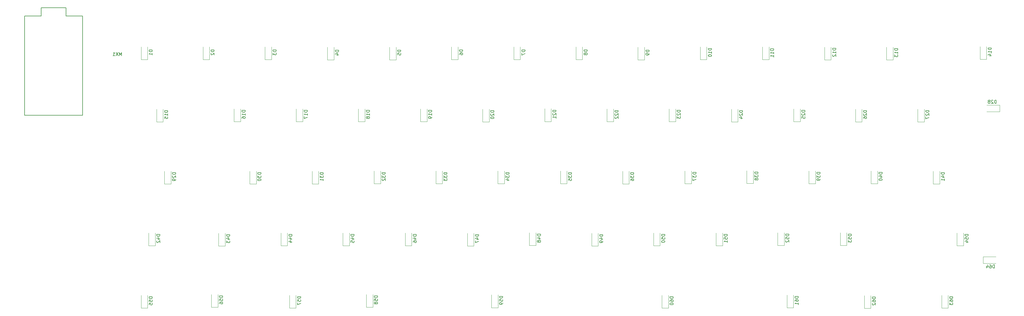
<source format=gbo>
G04 #@! TF.GenerationSoftware,KiCad,Pcbnew,(6.0.7-1)-1*
G04 #@! TF.CreationDate,2022-10-03T10:16:15+02:00*
G04 #@! TF.ProjectId,staggered-keyboard,73746167-6765-4726-9564-2d6b6579626f,rev?*
G04 #@! TF.SameCoordinates,Original*
G04 #@! TF.FileFunction,Legend,Bot*
G04 #@! TF.FilePolarity,Positive*
%FSLAX46Y46*%
G04 Gerber Fmt 4.6, Leading zero omitted, Abs format (unit mm)*
G04 Created by KiCad (PCBNEW (6.0.7-1)-1) date 2022-10-03 10:16:15*
%MOMM*%
%LPD*%
G01*
G04 APERTURE LIST*
%ADD10C,0.150000*%
%ADD11C,0.120000*%
%ADD12C,2.200000*%
%ADD13C,1.750000*%
%ADD14C,3.987800*%
%ADD15C,3.000000*%
%ADD16R,2.550000X2.500000*%
%ADD17C,3.048000*%
%ADD18R,1.600000X1.600000*%
%ADD19C,1.600000*%
%ADD20R,1.200000X0.900000*%
%ADD21R,0.900000X1.200000*%
G04 APERTURE END LIST*
D10*
X96495714Y-152847380D02*
X96495714Y-151847380D01*
X96162380Y-152561666D01*
X95829047Y-151847380D01*
X95829047Y-152847380D01*
X95448095Y-151847380D02*
X94781428Y-152847380D01*
X94781428Y-151847380D02*
X95448095Y-152847380D01*
X93876666Y-152847380D02*
X94448095Y-152847380D01*
X94162380Y-152847380D02*
X94162380Y-151847380D01*
X94257619Y-151990238D01*
X94352857Y-152085476D01*
X94448095Y-152133095D01*
X172522380Y-169625714D02*
X171522380Y-169625714D01*
X171522380Y-169863809D01*
X171570000Y-170006666D01*
X171665238Y-170101904D01*
X171760476Y-170149523D01*
X171950952Y-170197142D01*
X172093809Y-170197142D01*
X172284285Y-170149523D01*
X172379523Y-170101904D01*
X172474761Y-170006666D01*
X172522380Y-169863809D01*
X172522380Y-169625714D01*
X172522380Y-171149523D02*
X172522380Y-170578095D01*
X172522380Y-170863809D02*
X171522380Y-170863809D01*
X171665238Y-170768571D01*
X171760476Y-170673333D01*
X171808095Y-170578095D01*
X171950952Y-171720952D02*
X171903333Y-171625714D01*
X171855714Y-171578095D01*
X171760476Y-171530476D01*
X171712857Y-171530476D01*
X171617619Y-171578095D01*
X171570000Y-171625714D01*
X171522380Y-171720952D01*
X171522380Y-171911428D01*
X171570000Y-172006666D01*
X171617619Y-172054285D01*
X171712857Y-172101904D01*
X171760476Y-172101904D01*
X171855714Y-172054285D01*
X171903333Y-172006666D01*
X171950952Y-171911428D01*
X171950952Y-171720952D01*
X171998571Y-171625714D01*
X172046190Y-171578095D01*
X172141428Y-171530476D01*
X172331904Y-171530476D01*
X172427142Y-171578095D01*
X172474761Y-171625714D01*
X172522380Y-171720952D01*
X172522380Y-171911428D01*
X172474761Y-172006666D01*
X172427142Y-172054285D01*
X172331904Y-172101904D01*
X172141428Y-172101904D01*
X172046190Y-172054285D01*
X171998571Y-172006666D01*
X171950952Y-171911428D01*
X329642380Y-188655714D02*
X328642380Y-188655714D01*
X328642380Y-188893809D01*
X328690000Y-189036666D01*
X328785238Y-189131904D01*
X328880476Y-189179523D01*
X329070952Y-189227142D01*
X329213809Y-189227142D01*
X329404285Y-189179523D01*
X329499523Y-189131904D01*
X329594761Y-189036666D01*
X329642380Y-188893809D01*
X329642380Y-188655714D01*
X328975714Y-190084285D02*
X329642380Y-190084285D01*
X328594761Y-189846190D02*
X329309047Y-189608095D01*
X329309047Y-190227142D01*
X328642380Y-190798571D02*
X328642380Y-190893809D01*
X328690000Y-190989047D01*
X328737619Y-191036666D01*
X328832857Y-191084285D01*
X329023333Y-191131904D01*
X329261428Y-191131904D01*
X329451904Y-191084285D01*
X329547142Y-191036666D01*
X329594761Y-190989047D01*
X329642380Y-190893809D01*
X329642380Y-190798571D01*
X329594761Y-190703333D01*
X329547142Y-190655714D01*
X329451904Y-190608095D01*
X329261428Y-190560476D01*
X329023333Y-190560476D01*
X328832857Y-190608095D01*
X328737619Y-190655714D01*
X328690000Y-190703333D01*
X328642380Y-190798571D01*
X334422380Y-150645714D02*
X333422380Y-150645714D01*
X333422380Y-150883809D01*
X333470000Y-151026666D01*
X333565238Y-151121904D01*
X333660476Y-151169523D01*
X333850952Y-151217142D01*
X333993809Y-151217142D01*
X334184285Y-151169523D01*
X334279523Y-151121904D01*
X334374761Y-151026666D01*
X334422380Y-150883809D01*
X334422380Y-150645714D01*
X334422380Y-152169523D02*
X334422380Y-151598095D01*
X334422380Y-151883809D02*
X333422380Y-151883809D01*
X333565238Y-151788571D01*
X333660476Y-151693333D01*
X333708095Y-151598095D01*
X333422380Y-152502857D02*
X333422380Y-153121904D01*
X333803333Y-152788571D01*
X333803333Y-152931428D01*
X333850952Y-153026666D01*
X333898571Y-153074285D01*
X333993809Y-153121904D01*
X334231904Y-153121904D01*
X334327142Y-153074285D01*
X334374761Y-153026666D01*
X334422380Y-152931428D01*
X334422380Y-152645714D01*
X334374761Y-152550476D01*
X334327142Y-152502857D01*
X364574285Y-167452380D02*
X364574285Y-166452380D01*
X364336190Y-166452380D01*
X364193333Y-166500000D01*
X364098095Y-166595238D01*
X364050476Y-166690476D01*
X364002857Y-166880952D01*
X364002857Y-167023809D01*
X364050476Y-167214285D01*
X364098095Y-167309523D01*
X364193333Y-167404761D01*
X364336190Y-167452380D01*
X364574285Y-167452380D01*
X363621904Y-166547619D02*
X363574285Y-166500000D01*
X363479047Y-166452380D01*
X363240952Y-166452380D01*
X363145714Y-166500000D01*
X363098095Y-166547619D01*
X363050476Y-166642857D01*
X363050476Y-166738095D01*
X363098095Y-166880952D01*
X363669523Y-167452380D01*
X363050476Y-167452380D01*
X362479047Y-166880952D02*
X362574285Y-166833333D01*
X362621904Y-166785714D01*
X362669523Y-166690476D01*
X362669523Y-166642857D01*
X362621904Y-166547619D01*
X362574285Y-166500000D01*
X362479047Y-166452380D01*
X362288571Y-166452380D01*
X362193333Y-166500000D01*
X362145714Y-166547619D01*
X362098095Y-166642857D01*
X362098095Y-166690476D01*
X362145714Y-166785714D01*
X362193333Y-166833333D01*
X362288571Y-166880952D01*
X362479047Y-166880952D01*
X362574285Y-166928571D01*
X362621904Y-166976190D01*
X362669523Y-167071428D01*
X362669523Y-167261904D01*
X362621904Y-167357142D01*
X362574285Y-167404761D01*
X362479047Y-167452380D01*
X362288571Y-167452380D01*
X362193333Y-167404761D01*
X362145714Y-167357142D01*
X362098095Y-167261904D01*
X362098095Y-167071428D01*
X362145714Y-166976190D01*
X362193333Y-166928571D01*
X362288571Y-166880952D01*
X253502380Y-188735714D02*
X252502380Y-188735714D01*
X252502380Y-188973809D01*
X252550000Y-189116666D01*
X252645238Y-189211904D01*
X252740476Y-189259523D01*
X252930952Y-189307142D01*
X253073809Y-189307142D01*
X253264285Y-189259523D01*
X253359523Y-189211904D01*
X253454761Y-189116666D01*
X253502380Y-188973809D01*
X253502380Y-188735714D01*
X252502380Y-189640476D02*
X252502380Y-190259523D01*
X252883333Y-189926190D01*
X252883333Y-190069047D01*
X252930952Y-190164285D01*
X252978571Y-190211904D01*
X253073809Y-190259523D01*
X253311904Y-190259523D01*
X253407142Y-190211904D01*
X253454761Y-190164285D01*
X253502380Y-190069047D01*
X253502380Y-189783333D01*
X253454761Y-189688095D01*
X253407142Y-189640476D01*
X252502380Y-191116666D02*
X252502380Y-190926190D01*
X252550000Y-190830952D01*
X252597619Y-190783333D01*
X252740476Y-190688095D01*
X252930952Y-190640476D01*
X253311904Y-190640476D01*
X253407142Y-190688095D01*
X253454761Y-190735714D01*
X253502380Y-190830952D01*
X253502380Y-191021428D01*
X253454761Y-191116666D01*
X253407142Y-191164285D01*
X253311904Y-191211904D01*
X253073809Y-191211904D01*
X252978571Y-191164285D01*
X252930952Y-191116666D01*
X252883333Y-191021428D01*
X252883333Y-190830952D01*
X252930952Y-190735714D01*
X252978571Y-190688095D01*
X253073809Y-190640476D01*
X213332380Y-226705714D02*
X212332380Y-226705714D01*
X212332380Y-226943809D01*
X212380000Y-227086666D01*
X212475238Y-227181904D01*
X212570476Y-227229523D01*
X212760952Y-227277142D01*
X212903809Y-227277142D01*
X213094285Y-227229523D01*
X213189523Y-227181904D01*
X213284761Y-227086666D01*
X213332380Y-226943809D01*
X213332380Y-226705714D01*
X212332380Y-228181904D02*
X212332380Y-227705714D01*
X212808571Y-227658095D01*
X212760952Y-227705714D01*
X212713333Y-227800952D01*
X212713333Y-228039047D01*
X212760952Y-228134285D01*
X212808571Y-228181904D01*
X212903809Y-228229523D01*
X213141904Y-228229523D01*
X213237142Y-228181904D01*
X213284761Y-228134285D01*
X213332380Y-228039047D01*
X213332380Y-227800952D01*
X213284761Y-227705714D01*
X213237142Y-227658095D01*
X213332380Y-228705714D02*
X213332380Y-228896190D01*
X213284761Y-228991428D01*
X213237142Y-229039047D01*
X213094285Y-229134285D01*
X212903809Y-229181904D01*
X212522857Y-229181904D01*
X212427619Y-229134285D01*
X212380000Y-229086666D01*
X212332380Y-228991428D01*
X212332380Y-228800952D01*
X212380000Y-228705714D01*
X212427619Y-228658095D01*
X212522857Y-228610476D01*
X212760952Y-228610476D01*
X212856190Y-228658095D01*
X212903809Y-228705714D01*
X212951428Y-228800952D01*
X212951428Y-228991428D01*
X212903809Y-229086666D01*
X212856190Y-229134285D01*
X212760952Y-229181904D01*
X320212380Y-207625714D02*
X319212380Y-207625714D01*
X319212380Y-207863809D01*
X319260000Y-208006666D01*
X319355238Y-208101904D01*
X319450476Y-208149523D01*
X319640952Y-208197142D01*
X319783809Y-208197142D01*
X319974285Y-208149523D01*
X320069523Y-208101904D01*
X320164761Y-208006666D01*
X320212380Y-207863809D01*
X320212380Y-207625714D01*
X319212380Y-209101904D02*
X319212380Y-208625714D01*
X319688571Y-208578095D01*
X319640952Y-208625714D01*
X319593333Y-208720952D01*
X319593333Y-208959047D01*
X319640952Y-209054285D01*
X319688571Y-209101904D01*
X319783809Y-209149523D01*
X320021904Y-209149523D01*
X320117142Y-209101904D01*
X320164761Y-209054285D01*
X320212380Y-208959047D01*
X320212380Y-208720952D01*
X320164761Y-208625714D01*
X320117142Y-208578095D01*
X319212380Y-209482857D02*
X319212380Y-210101904D01*
X319593333Y-209768571D01*
X319593333Y-209911428D01*
X319640952Y-210006666D01*
X319688571Y-210054285D01*
X319783809Y-210101904D01*
X320021904Y-210101904D01*
X320117142Y-210054285D01*
X320164761Y-210006666D01*
X320212380Y-209911428D01*
X320212380Y-209625714D01*
X320164761Y-209530476D01*
X320117142Y-209482857D01*
X277342380Y-150585714D02*
X276342380Y-150585714D01*
X276342380Y-150823809D01*
X276390000Y-150966666D01*
X276485238Y-151061904D01*
X276580476Y-151109523D01*
X276770952Y-151157142D01*
X276913809Y-151157142D01*
X277104285Y-151109523D01*
X277199523Y-151061904D01*
X277294761Y-150966666D01*
X277342380Y-150823809D01*
X277342380Y-150585714D01*
X277342380Y-152109523D02*
X277342380Y-151538095D01*
X277342380Y-151823809D02*
X276342380Y-151823809D01*
X276485238Y-151728571D01*
X276580476Y-151633333D01*
X276628095Y-151538095D01*
X276342380Y-152728571D02*
X276342380Y-152823809D01*
X276390000Y-152919047D01*
X276437619Y-152966666D01*
X276532857Y-153014285D01*
X276723333Y-153061904D01*
X276961428Y-153061904D01*
X277151904Y-153014285D01*
X277247142Y-152966666D01*
X277294761Y-152919047D01*
X277342380Y-152823809D01*
X277342380Y-152728571D01*
X277294761Y-152633333D01*
X277247142Y-152585714D01*
X277151904Y-152538095D01*
X276961428Y-152490476D01*
X276723333Y-152490476D01*
X276532857Y-152538095D01*
X276437619Y-152585714D01*
X276390000Y-152633333D01*
X276342380Y-152728571D01*
X263002380Y-207685714D02*
X262002380Y-207685714D01*
X262002380Y-207923809D01*
X262050000Y-208066666D01*
X262145238Y-208161904D01*
X262240476Y-208209523D01*
X262430952Y-208257142D01*
X262573809Y-208257142D01*
X262764285Y-208209523D01*
X262859523Y-208161904D01*
X262954761Y-208066666D01*
X263002380Y-207923809D01*
X263002380Y-207685714D01*
X262002380Y-209161904D02*
X262002380Y-208685714D01*
X262478571Y-208638095D01*
X262430952Y-208685714D01*
X262383333Y-208780952D01*
X262383333Y-209019047D01*
X262430952Y-209114285D01*
X262478571Y-209161904D01*
X262573809Y-209209523D01*
X262811904Y-209209523D01*
X262907142Y-209161904D01*
X262954761Y-209114285D01*
X263002380Y-209019047D01*
X263002380Y-208780952D01*
X262954761Y-208685714D01*
X262907142Y-208638095D01*
X262002380Y-209828571D02*
X262002380Y-209923809D01*
X262050000Y-210019047D01*
X262097619Y-210066666D01*
X262192857Y-210114285D01*
X262383333Y-210161904D01*
X262621428Y-210161904D01*
X262811904Y-210114285D01*
X262907142Y-210066666D01*
X262954761Y-210019047D01*
X263002380Y-209923809D01*
X263002380Y-209828571D01*
X262954761Y-209733333D01*
X262907142Y-209685714D01*
X262811904Y-209638095D01*
X262621428Y-209590476D01*
X262383333Y-209590476D01*
X262192857Y-209638095D01*
X262097619Y-209685714D01*
X262050000Y-209733333D01*
X262002380Y-209828571D01*
X234442380Y-188685714D02*
X233442380Y-188685714D01*
X233442380Y-188923809D01*
X233490000Y-189066666D01*
X233585238Y-189161904D01*
X233680476Y-189209523D01*
X233870952Y-189257142D01*
X234013809Y-189257142D01*
X234204285Y-189209523D01*
X234299523Y-189161904D01*
X234394761Y-189066666D01*
X234442380Y-188923809D01*
X234442380Y-188685714D01*
X233442380Y-189590476D02*
X233442380Y-190209523D01*
X233823333Y-189876190D01*
X233823333Y-190019047D01*
X233870952Y-190114285D01*
X233918571Y-190161904D01*
X234013809Y-190209523D01*
X234251904Y-190209523D01*
X234347142Y-190161904D01*
X234394761Y-190114285D01*
X234442380Y-190019047D01*
X234442380Y-189733333D01*
X234394761Y-189638095D01*
X234347142Y-189590476D01*
X233442380Y-191114285D02*
X233442380Y-190638095D01*
X233918571Y-190590476D01*
X233870952Y-190638095D01*
X233823333Y-190733333D01*
X233823333Y-190971428D01*
X233870952Y-191066666D01*
X233918571Y-191114285D01*
X234013809Y-191161904D01*
X234251904Y-191161904D01*
X234347142Y-191114285D01*
X234394761Y-191066666D01*
X234442380Y-190971428D01*
X234442380Y-190733333D01*
X234394761Y-190638095D01*
X234347142Y-190590476D01*
X324872380Y-169655714D02*
X323872380Y-169655714D01*
X323872380Y-169893809D01*
X323920000Y-170036666D01*
X324015238Y-170131904D01*
X324110476Y-170179523D01*
X324300952Y-170227142D01*
X324443809Y-170227142D01*
X324634285Y-170179523D01*
X324729523Y-170131904D01*
X324824761Y-170036666D01*
X324872380Y-169893809D01*
X324872380Y-169655714D01*
X323967619Y-170608095D02*
X323920000Y-170655714D01*
X323872380Y-170750952D01*
X323872380Y-170989047D01*
X323920000Y-171084285D01*
X323967619Y-171131904D01*
X324062857Y-171179523D01*
X324158095Y-171179523D01*
X324300952Y-171131904D01*
X324872380Y-170560476D01*
X324872380Y-171179523D01*
X323872380Y-172036666D02*
X323872380Y-171846190D01*
X323920000Y-171750952D01*
X323967619Y-171703333D01*
X324110476Y-171608095D01*
X324300952Y-171560476D01*
X324681904Y-171560476D01*
X324777142Y-171608095D01*
X324824761Y-171655714D01*
X324872380Y-171750952D01*
X324872380Y-171941428D01*
X324824761Y-172036666D01*
X324777142Y-172084285D01*
X324681904Y-172131904D01*
X324443809Y-172131904D01*
X324348571Y-172084285D01*
X324300952Y-172036666D01*
X324253333Y-171941428D01*
X324253333Y-171750952D01*
X324300952Y-171655714D01*
X324348571Y-171608095D01*
X324443809Y-171560476D01*
X229632380Y-169555714D02*
X228632380Y-169555714D01*
X228632380Y-169793809D01*
X228680000Y-169936666D01*
X228775238Y-170031904D01*
X228870476Y-170079523D01*
X229060952Y-170127142D01*
X229203809Y-170127142D01*
X229394285Y-170079523D01*
X229489523Y-170031904D01*
X229584761Y-169936666D01*
X229632380Y-169793809D01*
X229632380Y-169555714D01*
X228727619Y-170508095D02*
X228680000Y-170555714D01*
X228632380Y-170650952D01*
X228632380Y-170889047D01*
X228680000Y-170984285D01*
X228727619Y-171031904D01*
X228822857Y-171079523D01*
X228918095Y-171079523D01*
X229060952Y-171031904D01*
X229632380Y-170460476D01*
X229632380Y-171079523D01*
X229632380Y-172031904D02*
X229632380Y-171460476D01*
X229632380Y-171746190D02*
X228632380Y-171746190D01*
X228775238Y-171650952D01*
X228870476Y-171555714D01*
X228918095Y-171460476D01*
X167782380Y-207715714D02*
X166782380Y-207715714D01*
X166782380Y-207953809D01*
X166830000Y-208096666D01*
X166925238Y-208191904D01*
X167020476Y-208239523D01*
X167210952Y-208287142D01*
X167353809Y-208287142D01*
X167544285Y-208239523D01*
X167639523Y-208191904D01*
X167734761Y-208096666D01*
X167782380Y-207953809D01*
X167782380Y-207715714D01*
X167115714Y-209144285D02*
X167782380Y-209144285D01*
X166734761Y-208906190D02*
X167449047Y-208668095D01*
X167449047Y-209287142D01*
X166782380Y-210144285D02*
X166782380Y-209668095D01*
X167258571Y-209620476D01*
X167210952Y-209668095D01*
X167163333Y-209763333D01*
X167163333Y-210001428D01*
X167210952Y-210096666D01*
X167258571Y-210144285D01*
X167353809Y-210191904D01*
X167591904Y-210191904D01*
X167687142Y-210144285D01*
X167734761Y-210096666D01*
X167782380Y-210001428D01*
X167782380Y-209763333D01*
X167734761Y-209668095D01*
X167687142Y-209620476D01*
X267782380Y-169585714D02*
X266782380Y-169585714D01*
X266782380Y-169823809D01*
X266830000Y-169966666D01*
X266925238Y-170061904D01*
X267020476Y-170109523D01*
X267210952Y-170157142D01*
X267353809Y-170157142D01*
X267544285Y-170109523D01*
X267639523Y-170061904D01*
X267734761Y-169966666D01*
X267782380Y-169823809D01*
X267782380Y-169585714D01*
X266877619Y-170538095D02*
X266830000Y-170585714D01*
X266782380Y-170680952D01*
X266782380Y-170919047D01*
X266830000Y-171014285D01*
X266877619Y-171061904D01*
X266972857Y-171109523D01*
X267068095Y-171109523D01*
X267210952Y-171061904D01*
X267782380Y-170490476D01*
X267782380Y-171109523D01*
X266782380Y-171442857D02*
X266782380Y-172061904D01*
X267163333Y-171728571D01*
X267163333Y-171871428D01*
X267210952Y-171966666D01*
X267258571Y-172014285D01*
X267353809Y-172061904D01*
X267591904Y-172061904D01*
X267687142Y-172014285D01*
X267734761Y-171966666D01*
X267782380Y-171871428D01*
X267782380Y-171585714D01*
X267734761Y-171490476D01*
X267687142Y-171442857D01*
X286852380Y-169655714D02*
X285852380Y-169655714D01*
X285852380Y-169893809D01*
X285900000Y-170036666D01*
X285995238Y-170131904D01*
X286090476Y-170179523D01*
X286280952Y-170227142D01*
X286423809Y-170227142D01*
X286614285Y-170179523D01*
X286709523Y-170131904D01*
X286804761Y-170036666D01*
X286852380Y-169893809D01*
X286852380Y-169655714D01*
X285947619Y-170608095D02*
X285900000Y-170655714D01*
X285852380Y-170750952D01*
X285852380Y-170989047D01*
X285900000Y-171084285D01*
X285947619Y-171131904D01*
X286042857Y-171179523D01*
X286138095Y-171179523D01*
X286280952Y-171131904D01*
X286852380Y-170560476D01*
X286852380Y-171179523D01*
X286185714Y-172036666D02*
X286852380Y-172036666D01*
X285804761Y-171798571D02*
X286519047Y-171560476D01*
X286519047Y-172179523D01*
X110662380Y-169685714D02*
X109662380Y-169685714D01*
X109662380Y-169923809D01*
X109710000Y-170066666D01*
X109805238Y-170161904D01*
X109900476Y-170209523D01*
X110090952Y-170257142D01*
X110233809Y-170257142D01*
X110424285Y-170209523D01*
X110519523Y-170161904D01*
X110614761Y-170066666D01*
X110662380Y-169923809D01*
X110662380Y-169685714D01*
X110662380Y-171209523D02*
X110662380Y-170638095D01*
X110662380Y-170923809D02*
X109662380Y-170923809D01*
X109805238Y-170828571D01*
X109900476Y-170733333D01*
X109948095Y-170638095D01*
X109662380Y-172114285D02*
X109662380Y-171638095D01*
X110138571Y-171590476D01*
X110090952Y-171638095D01*
X110043333Y-171733333D01*
X110043333Y-171971428D01*
X110090952Y-172066666D01*
X110138571Y-172114285D01*
X110233809Y-172161904D01*
X110471904Y-172161904D01*
X110567142Y-172114285D01*
X110614761Y-172066666D01*
X110662380Y-171971428D01*
X110662380Y-171733333D01*
X110614761Y-171638095D01*
X110567142Y-171590476D01*
X248702380Y-169635714D02*
X247702380Y-169635714D01*
X247702380Y-169873809D01*
X247750000Y-170016666D01*
X247845238Y-170111904D01*
X247940476Y-170159523D01*
X248130952Y-170207142D01*
X248273809Y-170207142D01*
X248464285Y-170159523D01*
X248559523Y-170111904D01*
X248654761Y-170016666D01*
X248702380Y-169873809D01*
X248702380Y-169635714D01*
X247797619Y-170588095D02*
X247750000Y-170635714D01*
X247702380Y-170730952D01*
X247702380Y-170969047D01*
X247750000Y-171064285D01*
X247797619Y-171111904D01*
X247892857Y-171159523D01*
X247988095Y-171159523D01*
X248130952Y-171111904D01*
X248702380Y-170540476D01*
X248702380Y-171159523D01*
X247797619Y-171540476D02*
X247750000Y-171588095D01*
X247702380Y-171683333D01*
X247702380Y-171921428D01*
X247750000Y-172016666D01*
X247797619Y-172064285D01*
X247892857Y-172111904D01*
X247988095Y-172111904D01*
X248130952Y-172064285D01*
X248702380Y-171492857D01*
X248702380Y-172111904D01*
X177352380Y-188685714D02*
X176352380Y-188685714D01*
X176352380Y-188923809D01*
X176400000Y-189066666D01*
X176495238Y-189161904D01*
X176590476Y-189209523D01*
X176780952Y-189257142D01*
X176923809Y-189257142D01*
X177114285Y-189209523D01*
X177209523Y-189161904D01*
X177304761Y-189066666D01*
X177352380Y-188923809D01*
X177352380Y-188685714D01*
X176352380Y-189590476D02*
X176352380Y-190209523D01*
X176733333Y-189876190D01*
X176733333Y-190019047D01*
X176780952Y-190114285D01*
X176828571Y-190161904D01*
X176923809Y-190209523D01*
X177161904Y-190209523D01*
X177257142Y-190161904D01*
X177304761Y-190114285D01*
X177352380Y-190019047D01*
X177352380Y-189733333D01*
X177304761Y-189638095D01*
X177257142Y-189590476D01*
X176447619Y-190590476D02*
X176400000Y-190638095D01*
X176352380Y-190733333D01*
X176352380Y-190971428D01*
X176400000Y-191066666D01*
X176447619Y-191114285D01*
X176542857Y-191161904D01*
X176638095Y-191161904D01*
X176780952Y-191114285D01*
X177352380Y-190542857D01*
X177352380Y-191161904D01*
X315432380Y-150565714D02*
X314432380Y-150565714D01*
X314432380Y-150803809D01*
X314480000Y-150946666D01*
X314575238Y-151041904D01*
X314670476Y-151089523D01*
X314860952Y-151137142D01*
X315003809Y-151137142D01*
X315194285Y-151089523D01*
X315289523Y-151041904D01*
X315384761Y-150946666D01*
X315432380Y-150803809D01*
X315432380Y-150565714D01*
X315432380Y-152089523D02*
X315432380Y-151518095D01*
X315432380Y-151803809D02*
X314432380Y-151803809D01*
X314575238Y-151708571D01*
X314670476Y-151613333D01*
X314718095Y-151518095D01*
X314527619Y-152470476D02*
X314480000Y-152518095D01*
X314432380Y-152613333D01*
X314432380Y-152851428D01*
X314480000Y-152946666D01*
X314527619Y-152994285D01*
X314622857Y-153041904D01*
X314718095Y-153041904D01*
X314860952Y-152994285D01*
X315432380Y-152422857D01*
X315432380Y-153041904D01*
X124892380Y-151031904D02*
X123892380Y-151031904D01*
X123892380Y-151270000D01*
X123940000Y-151412857D01*
X124035238Y-151508095D01*
X124130476Y-151555714D01*
X124320952Y-151603333D01*
X124463809Y-151603333D01*
X124654285Y-151555714D01*
X124749523Y-151508095D01*
X124844761Y-151412857D01*
X124892380Y-151270000D01*
X124892380Y-151031904D01*
X123987619Y-151984285D02*
X123940000Y-152031904D01*
X123892380Y-152127142D01*
X123892380Y-152365238D01*
X123940000Y-152460476D01*
X123987619Y-152508095D01*
X124082857Y-152555714D01*
X124178095Y-152555714D01*
X124320952Y-152508095D01*
X124892380Y-151936666D01*
X124892380Y-152555714D01*
X220152380Y-151041904D02*
X219152380Y-151041904D01*
X219152380Y-151280000D01*
X219200000Y-151422857D01*
X219295238Y-151518095D01*
X219390476Y-151565714D01*
X219580952Y-151613333D01*
X219723809Y-151613333D01*
X219914285Y-151565714D01*
X220009523Y-151518095D01*
X220104761Y-151422857D01*
X220152380Y-151280000D01*
X220152380Y-151041904D01*
X219152380Y-151946666D02*
X219152380Y-152613333D01*
X220152380Y-152184761D01*
X163022380Y-151141904D02*
X162022380Y-151141904D01*
X162022380Y-151380000D01*
X162070000Y-151522857D01*
X162165238Y-151618095D01*
X162260476Y-151665714D01*
X162450952Y-151713333D01*
X162593809Y-151713333D01*
X162784285Y-151665714D01*
X162879523Y-151618095D01*
X162974761Y-151522857D01*
X163022380Y-151380000D01*
X163022380Y-151141904D01*
X162355714Y-152570476D02*
X163022380Y-152570476D01*
X161974761Y-152332380D02*
X162689047Y-152094285D01*
X162689047Y-152713333D01*
X305982380Y-169625714D02*
X304982380Y-169625714D01*
X304982380Y-169863809D01*
X305030000Y-170006666D01*
X305125238Y-170101904D01*
X305220476Y-170149523D01*
X305410952Y-170197142D01*
X305553809Y-170197142D01*
X305744285Y-170149523D01*
X305839523Y-170101904D01*
X305934761Y-170006666D01*
X305982380Y-169863809D01*
X305982380Y-169625714D01*
X305077619Y-170578095D02*
X305030000Y-170625714D01*
X304982380Y-170720952D01*
X304982380Y-170959047D01*
X305030000Y-171054285D01*
X305077619Y-171101904D01*
X305172857Y-171149523D01*
X305268095Y-171149523D01*
X305410952Y-171101904D01*
X305982380Y-170530476D01*
X305982380Y-171149523D01*
X304982380Y-172054285D02*
X304982380Y-171578095D01*
X305458571Y-171530476D01*
X305410952Y-171578095D01*
X305363333Y-171673333D01*
X305363333Y-171911428D01*
X305410952Y-172006666D01*
X305458571Y-172054285D01*
X305553809Y-172101904D01*
X305791904Y-172101904D01*
X305887142Y-172054285D01*
X305934761Y-172006666D01*
X305982380Y-171911428D01*
X305982380Y-171673333D01*
X305934761Y-171578095D01*
X305887142Y-171530476D01*
X105932380Y-226865714D02*
X104932380Y-226865714D01*
X104932380Y-227103809D01*
X104980000Y-227246666D01*
X105075238Y-227341904D01*
X105170476Y-227389523D01*
X105360952Y-227437142D01*
X105503809Y-227437142D01*
X105694285Y-227389523D01*
X105789523Y-227341904D01*
X105884761Y-227246666D01*
X105932380Y-227103809D01*
X105932380Y-226865714D01*
X104932380Y-228341904D02*
X104932380Y-227865714D01*
X105408571Y-227818095D01*
X105360952Y-227865714D01*
X105313333Y-227960952D01*
X105313333Y-228199047D01*
X105360952Y-228294285D01*
X105408571Y-228341904D01*
X105503809Y-228389523D01*
X105741904Y-228389523D01*
X105837142Y-228341904D01*
X105884761Y-228294285D01*
X105932380Y-228199047D01*
X105932380Y-227960952D01*
X105884761Y-227865714D01*
X105837142Y-227818095D01*
X104932380Y-229294285D02*
X104932380Y-228818095D01*
X105408571Y-228770476D01*
X105360952Y-228818095D01*
X105313333Y-228913333D01*
X105313333Y-229151428D01*
X105360952Y-229246666D01*
X105408571Y-229294285D01*
X105503809Y-229341904D01*
X105741904Y-229341904D01*
X105837142Y-229294285D01*
X105884761Y-229246666D01*
X105932380Y-229151428D01*
X105932380Y-228913333D01*
X105884761Y-228818095D01*
X105837142Y-228770476D01*
X303892380Y-226765714D02*
X302892380Y-226765714D01*
X302892380Y-227003809D01*
X302940000Y-227146666D01*
X303035238Y-227241904D01*
X303130476Y-227289523D01*
X303320952Y-227337142D01*
X303463809Y-227337142D01*
X303654285Y-227289523D01*
X303749523Y-227241904D01*
X303844761Y-227146666D01*
X303892380Y-227003809D01*
X303892380Y-226765714D01*
X302892380Y-228194285D02*
X302892380Y-228003809D01*
X302940000Y-227908571D01*
X302987619Y-227860952D01*
X303130476Y-227765714D01*
X303320952Y-227718095D01*
X303701904Y-227718095D01*
X303797142Y-227765714D01*
X303844761Y-227813333D01*
X303892380Y-227908571D01*
X303892380Y-228099047D01*
X303844761Y-228194285D01*
X303797142Y-228241904D01*
X303701904Y-228289523D01*
X303463809Y-228289523D01*
X303368571Y-228241904D01*
X303320952Y-228194285D01*
X303273333Y-228099047D01*
X303273333Y-227908571D01*
X303320952Y-227813333D01*
X303368571Y-227765714D01*
X303463809Y-227718095D01*
X303892380Y-229241904D02*
X303892380Y-228670476D01*
X303892380Y-228956190D02*
X302892380Y-228956190D01*
X303035238Y-228860952D01*
X303130476Y-228765714D01*
X303178095Y-228670476D01*
X239232380Y-151041904D02*
X238232380Y-151041904D01*
X238232380Y-151280000D01*
X238280000Y-151422857D01*
X238375238Y-151518095D01*
X238470476Y-151565714D01*
X238660952Y-151613333D01*
X238803809Y-151613333D01*
X238994285Y-151565714D01*
X239089523Y-151518095D01*
X239184761Y-151422857D01*
X239232380Y-151280000D01*
X239232380Y-151041904D01*
X238660952Y-152184761D02*
X238613333Y-152089523D01*
X238565714Y-152041904D01*
X238470476Y-151994285D01*
X238422857Y-151994285D01*
X238327619Y-152041904D01*
X238280000Y-152089523D01*
X238232380Y-152184761D01*
X238232380Y-152375238D01*
X238280000Y-152470476D01*
X238327619Y-152518095D01*
X238422857Y-152565714D01*
X238470476Y-152565714D01*
X238565714Y-152518095D01*
X238613333Y-152470476D01*
X238660952Y-152375238D01*
X238660952Y-152184761D01*
X238708571Y-152089523D01*
X238756190Y-152041904D01*
X238851428Y-151994285D01*
X239041904Y-151994285D01*
X239137142Y-152041904D01*
X239184761Y-152089523D01*
X239232380Y-152184761D01*
X239232380Y-152375238D01*
X239184761Y-152470476D01*
X239137142Y-152518095D01*
X239041904Y-152565714D01*
X238851428Y-152565714D01*
X238756190Y-152518095D01*
X238708571Y-152470476D01*
X238660952Y-152375238D01*
X108252380Y-207715714D02*
X107252380Y-207715714D01*
X107252380Y-207953809D01*
X107300000Y-208096666D01*
X107395238Y-208191904D01*
X107490476Y-208239523D01*
X107680952Y-208287142D01*
X107823809Y-208287142D01*
X108014285Y-208239523D01*
X108109523Y-208191904D01*
X108204761Y-208096666D01*
X108252380Y-207953809D01*
X108252380Y-207715714D01*
X107585714Y-209144285D02*
X108252380Y-209144285D01*
X107204761Y-208906190D02*
X107919047Y-208668095D01*
X107919047Y-209287142D01*
X107347619Y-209620476D02*
X107300000Y-209668095D01*
X107252380Y-209763333D01*
X107252380Y-210001428D01*
X107300000Y-210096666D01*
X107347619Y-210144285D01*
X107442857Y-210191904D01*
X107538095Y-210191904D01*
X107680952Y-210144285D01*
X108252380Y-209572857D01*
X108252380Y-210191904D01*
X134402380Y-169625714D02*
X133402380Y-169625714D01*
X133402380Y-169863809D01*
X133450000Y-170006666D01*
X133545238Y-170101904D01*
X133640476Y-170149523D01*
X133830952Y-170197142D01*
X133973809Y-170197142D01*
X134164285Y-170149523D01*
X134259523Y-170101904D01*
X134354761Y-170006666D01*
X134402380Y-169863809D01*
X134402380Y-169625714D01*
X134402380Y-171149523D02*
X134402380Y-170578095D01*
X134402380Y-170863809D02*
X133402380Y-170863809D01*
X133545238Y-170768571D01*
X133640476Y-170673333D01*
X133688095Y-170578095D01*
X133402380Y-172006666D02*
X133402380Y-171816190D01*
X133450000Y-171720952D01*
X133497619Y-171673333D01*
X133640476Y-171578095D01*
X133830952Y-171530476D01*
X134211904Y-171530476D01*
X134307142Y-171578095D01*
X134354761Y-171625714D01*
X134402380Y-171720952D01*
X134402380Y-171911428D01*
X134354761Y-172006666D01*
X134307142Y-172054285D01*
X134211904Y-172101904D01*
X133973809Y-172101904D01*
X133878571Y-172054285D01*
X133830952Y-172006666D01*
X133783333Y-171911428D01*
X133783333Y-171720952D01*
X133830952Y-171625714D01*
X133878571Y-171578095D01*
X133973809Y-171530476D01*
X201052380Y-151041904D02*
X200052380Y-151041904D01*
X200052380Y-151280000D01*
X200100000Y-151422857D01*
X200195238Y-151518095D01*
X200290476Y-151565714D01*
X200480952Y-151613333D01*
X200623809Y-151613333D01*
X200814285Y-151565714D01*
X200909523Y-151518095D01*
X201004761Y-151422857D01*
X201052380Y-151280000D01*
X201052380Y-151041904D01*
X200052380Y-152470476D02*
X200052380Y-152280000D01*
X200100000Y-152184761D01*
X200147619Y-152137142D01*
X200290476Y-152041904D01*
X200480952Y-151994285D01*
X200861904Y-151994285D01*
X200957142Y-152041904D01*
X201004761Y-152089523D01*
X201052380Y-152184761D01*
X201052380Y-152375238D01*
X201004761Y-152470476D01*
X200957142Y-152518095D01*
X200861904Y-152565714D01*
X200623809Y-152565714D01*
X200528571Y-152518095D01*
X200480952Y-152470476D01*
X200433333Y-152375238D01*
X200433333Y-152184761D01*
X200480952Y-152089523D01*
X200528571Y-152041904D01*
X200623809Y-151994285D01*
X196262380Y-188685714D02*
X195262380Y-188685714D01*
X195262380Y-188923809D01*
X195310000Y-189066666D01*
X195405238Y-189161904D01*
X195500476Y-189209523D01*
X195690952Y-189257142D01*
X195833809Y-189257142D01*
X196024285Y-189209523D01*
X196119523Y-189161904D01*
X196214761Y-189066666D01*
X196262380Y-188923809D01*
X196262380Y-188685714D01*
X195262380Y-189590476D02*
X195262380Y-190209523D01*
X195643333Y-189876190D01*
X195643333Y-190019047D01*
X195690952Y-190114285D01*
X195738571Y-190161904D01*
X195833809Y-190209523D01*
X196071904Y-190209523D01*
X196167142Y-190161904D01*
X196214761Y-190114285D01*
X196262380Y-190019047D01*
X196262380Y-189733333D01*
X196214761Y-189638095D01*
X196167142Y-189590476D01*
X195262380Y-190542857D02*
X195262380Y-191161904D01*
X195643333Y-190828571D01*
X195643333Y-190971428D01*
X195690952Y-191066666D01*
X195738571Y-191114285D01*
X195833809Y-191161904D01*
X196071904Y-191161904D01*
X196167142Y-191114285D01*
X196214761Y-191066666D01*
X196262380Y-190971428D01*
X196262380Y-190685714D01*
X196214761Y-190590476D01*
X196167142Y-190542857D01*
X265582380Y-226835714D02*
X264582380Y-226835714D01*
X264582380Y-227073809D01*
X264630000Y-227216666D01*
X264725238Y-227311904D01*
X264820476Y-227359523D01*
X265010952Y-227407142D01*
X265153809Y-227407142D01*
X265344285Y-227359523D01*
X265439523Y-227311904D01*
X265534761Y-227216666D01*
X265582380Y-227073809D01*
X265582380Y-226835714D01*
X264582380Y-228264285D02*
X264582380Y-228073809D01*
X264630000Y-227978571D01*
X264677619Y-227930952D01*
X264820476Y-227835714D01*
X265010952Y-227788095D01*
X265391904Y-227788095D01*
X265487142Y-227835714D01*
X265534761Y-227883333D01*
X265582380Y-227978571D01*
X265582380Y-228169047D01*
X265534761Y-228264285D01*
X265487142Y-228311904D01*
X265391904Y-228359523D01*
X265153809Y-228359523D01*
X265058571Y-228311904D01*
X265010952Y-228264285D01*
X264963333Y-228169047D01*
X264963333Y-227978571D01*
X265010952Y-227883333D01*
X265058571Y-227835714D01*
X265153809Y-227788095D01*
X264582380Y-228978571D02*
X264582380Y-229073809D01*
X264630000Y-229169047D01*
X264677619Y-229216666D01*
X264772857Y-229264285D01*
X264963333Y-229311904D01*
X265201428Y-229311904D01*
X265391904Y-229264285D01*
X265487142Y-229216666D01*
X265534761Y-229169047D01*
X265582380Y-229073809D01*
X265582380Y-228978571D01*
X265534761Y-228883333D01*
X265487142Y-228835714D01*
X265391904Y-228788095D01*
X265201428Y-228740476D01*
X264963333Y-228740476D01*
X264772857Y-228788095D01*
X264677619Y-228835714D01*
X264630000Y-228883333D01*
X264582380Y-228978571D01*
X151402380Y-226795714D02*
X150402380Y-226795714D01*
X150402380Y-227033809D01*
X150450000Y-227176666D01*
X150545238Y-227271904D01*
X150640476Y-227319523D01*
X150830952Y-227367142D01*
X150973809Y-227367142D01*
X151164285Y-227319523D01*
X151259523Y-227271904D01*
X151354761Y-227176666D01*
X151402380Y-227033809D01*
X151402380Y-226795714D01*
X150402380Y-228271904D02*
X150402380Y-227795714D01*
X150878571Y-227748095D01*
X150830952Y-227795714D01*
X150783333Y-227890952D01*
X150783333Y-228129047D01*
X150830952Y-228224285D01*
X150878571Y-228271904D01*
X150973809Y-228319523D01*
X151211904Y-228319523D01*
X151307142Y-228271904D01*
X151354761Y-228224285D01*
X151402380Y-228129047D01*
X151402380Y-227890952D01*
X151354761Y-227795714D01*
X151307142Y-227748095D01*
X150402380Y-228652857D02*
X150402380Y-229319523D01*
X151402380Y-228890952D01*
X105922380Y-151071904D02*
X104922380Y-151071904D01*
X104922380Y-151310000D01*
X104970000Y-151452857D01*
X105065238Y-151548095D01*
X105160476Y-151595714D01*
X105350952Y-151643333D01*
X105493809Y-151643333D01*
X105684285Y-151595714D01*
X105779523Y-151548095D01*
X105874761Y-151452857D01*
X105922380Y-151310000D01*
X105922380Y-151071904D01*
X105922380Y-152595714D02*
X105922380Y-152024285D01*
X105922380Y-152310000D02*
X104922380Y-152310000D01*
X105065238Y-152214761D01*
X105160476Y-152119523D01*
X105208095Y-152024285D01*
X215302380Y-188685714D02*
X214302380Y-188685714D01*
X214302380Y-188923809D01*
X214350000Y-189066666D01*
X214445238Y-189161904D01*
X214540476Y-189209523D01*
X214730952Y-189257142D01*
X214873809Y-189257142D01*
X215064285Y-189209523D01*
X215159523Y-189161904D01*
X215254761Y-189066666D01*
X215302380Y-188923809D01*
X215302380Y-188685714D01*
X214302380Y-189590476D02*
X214302380Y-190209523D01*
X214683333Y-189876190D01*
X214683333Y-190019047D01*
X214730952Y-190114285D01*
X214778571Y-190161904D01*
X214873809Y-190209523D01*
X215111904Y-190209523D01*
X215207142Y-190161904D01*
X215254761Y-190114285D01*
X215302380Y-190019047D01*
X215302380Y-189733333D01*
X215254761Y-189638095D01*
X215207142Y-189590476D01*
X214635714Y-191066666D02*
X215302380Y-191066666D01*
X214254761Y-190828571D02*
X214969047Y-190590476D01*
X214969047Y-191209523D01*
X291582380Y-188535714D02*
X290582380Y-188535714D01*
X290582380Y-188773809D01*
X290630000Y-188916666D01*
X290725238Y-189011904D01*
X290820476Y-189059523D01*
X291010952Y-189107142D01*
X291153809Y-189107142D01*
X291344285Y-189059523D01*
X291439523Y-189011904D01*
X291534761Y-188916666D01*
X291582380Y-188773809D01*
X291582380Y-188535714D01*
X290582380Y-189440476D02*
X290582380Y-190059523D01*
X290963333Y-189726190D01*
X290963333Y-189869047D01*
X291010952Y-189964285D01*
X291058571Y-190011904D01*
X291153809Y-190059523D01*
X291391904Y-190059523D01*
X291487142Y-190011904D01*
X291534761Y-189964285D01*
X291582380Y-189869047D01*
X291582380Y-189583333D01*
X291534761Y-189488095D01*
X291487142Y-189440476D01*
X291010952Y-190630952D02*
X290963333Y-190535714D01*
X290915714Y-190488095D01*
X290820476Y-190440476D01*
X290772857Y-190440476D01*
X290677619Y-190488095D01*
X290630000Y-190535714D01*
X290582380Y-190630952D01*
X290582380Y-190821428D01*
X290630000Y-190916666D01*
X290677619Y-190964285D01*
X290772857Y-191011904D01*
X290820476Y-191011904D01*
X290915714Y-190964285D01*
X290963333Y-190916666D01*
X291010952Y-190821428D01*
X291010952Y-190630952D01*
X291058571Y-190535714D01*
X291106190Y-190488095D01*
X291201428Y-190440476D01*
X291391904Y-190440476D01*
X291487142Y-190488095D01*
X291534761Y-190535714D01*
X291582380Y-190630952D01*
X291582380Y-190821428D01*
X291534761Y-190916666D01*
X291487142Y-190964285D01*
X291391904Y-191011904D01*
X291201428Y-191011904D01*
X291106190Y-190964285D01*
X291058571Y-190916666D01*
X291010952Y-190821428D01*
X129672380Y-207765714D02*
X128672380Y-207765714D01*
X128672380Y-208003809D01*
X128720000Y-208146666D01*
X128815238Y-208241904D01*
X128910476Y-208289523D01*
X129100952Y-208337142D01*
X129243809Y-208337142D01*
X129434285Y-208289523D01*
X129529523Y-208241904D01*
X129624761Y-208146666D01*
X129672380Y-208003809D01*
X129672380Y-207765714D01*
X129005714Y-209194285D02*
X129672380Y-209194285D01*
X128624761Y-208956190D02*
X129339047Y-208718095D01*
X129339047Y-209337142D01*
X128672380Y-209622857D02*
X128672380Y-210241904D01*
X129053333Y-209908571D01*
X129053333Y-210051428D01*
X129100952Y-210146666D01*
X129148571Y-210194285D01*
X129243809Y-210241904D01*
X129481904Y-210241904D01*
X129577142Y-210194285D01*
X129624761Y-210146666D01*
X129672380Y-210051428D01*
X129672380Y-209765714D01*
X129624761Y-209670476D01*
X129577142Y-209622857D01*
X127492380Y-226575714D02*
X126492380Y-226575714D01*
X126492380Y-226813809D01*
X126540000Y-226956666D01*
X126635238Y-227051904D01*
X126730476Y-227099523D01*
X126920952Y-227147142D01*
X127063809Y-227147142D01*
X127254285Y-227099523D01*
X127349523Y-227051904D01*
X127444761Y-226956666D01*
X127492380Y-226813809D01*
X127492380Y-226575714D01*
X126492380Y-228051904D02*
X126492380Y-227575714D01*
X126968571Y-227528095D01*
X126920952Y-227575714D01*
X126873333Y-227670952D01*
X126873333Y-227909047D01*
X126920952Y-228004285D01*
X126968571Y-228051904D01*
X127063809Y-228099523D01*
X127301904Y-228099523D01*
X127397142Y-228051904D01*
X127444761Y-228004285D01*
X127492380Y-227909047D01*
X127492380Y-227670952D01*
X127444761Y-227575714D01*
X127397142Y-227528095D01*
X126492380Y-228956666D02*
X126492380Y-228766190D01*
X126540000Y-228670952D01*
X126587619Y-228623333D01*
X126730476Y-228528095D01*
X126920952Y-228480476D01*
X127301904Y-228480476D01*
X127397142Y-228528095D01*
X127444761Y-228575714D01*
X127492380Y-228670952D01*
X127492380Y-228861428D01*
X127444761Y-228956666D01*
X127397142Y-229004285D01*
X127301904Y-229051904D01*
X127063809Y-229051904D01*
X126968571Y-229004285D01*
X126920952Y-228956666D01*
X126873333Y-228861428D01*
X126873333Y-228670952D01*
X126920952Y-228575714D01*
X126968571Y-228528095D01*
X127063809Y-228480476D01*
X282182380Y-207685714D02*
X281182380Y-207685714D01*
X281182380Y-207923809D01*
X281230000Y-208066666D01*
X281325238Y-208161904D01*
X281420476Y-208209523D01*
X281610952Y-208257142D01*
X281753809Y-208257142D01*
X281944285Y-208209523D01*
X282039523Y-208161904D01*
X282134761Y-208066666D01*
X282182380Y-207923809D01*
X282182380Y-207685714D01*
X281182380Y-209161904D02*
X281182380Y-208685714D01*
X281658571Y-208638095D01*
X281610952Y-208685714D01*
X281563333Y-208780952D01*
X281563333Y-209019047D01*
X281610952Y-209114285D01*
X281658571Y-209161904D01*
X281753809Y-209209523D01*
X281991904Y-209209523D01*
X282087142Y-209161904D01*
X282134761Y-209114285D01*
X282182380Y-209019047D01*
X282182380Y-208780952D01*
X282134761Y-208685714D01*
X282087142Y-208638095D01*
X282182380Y-210161904D02*
X282182380Y-209590476D01*
X282182380Y-209876190D02*
X281182380Y-209876190D01*
X281325238Y-209780952D01*
X281420476Y-209685714D01*
X281468095Y-209590476D01*
X343982380Y-169655714D02*
X342982380Y-169655714D01*
X342982380Y-169893809D01*
X343030000Y-170036666D01*
X343125238Y-170131904D01*
X343220476Y-170179523D01*
X343410952Y-170227142D01*
X343553809Y-170227142D01*
X343744285Y-170179523D01*
X343839523Y-170131904D01*
X343934761Y-170036666D01*
X343982380Y-169893809D01*
X343982380Y-169655714D01*
X343077619Y-170608095D02*
X343030000Y-170655714D01*
X342982380Y-170750952D01*
X342982380Y-170989047D01*
X343030000Y-171084285D01*
X343077619Y-171131904D01*
X343172857Y-171179523D01*
X343268095Y-171179523D01*
X343410952Y-171131904D01*
X343982380Y-170560476D01*
X343982380Y-171179523D01*
X342982380Y-171512857D02*
X342982380Y-172179523D01*
X343982380Y-171750952D01*
X363092380Y-150415714D02*
X362092380Y-150415714D01*
X362092380Y-150653809D01*
X362140000Y-150796666D01*
X362235238Y-150891904D01*
X362330476Y-150939523D01*
X362520952Y-150987142D01*
X362663809Y-150987142D01*
X362854285Y-150939523D01*
X362949523Y-150891904D01*
X363044761Y-150796666D01*
X363092380Y-150653809D01*
X363092380Y-150415714D01*
X363092380Y-151939523D02*
X363092380Y-151368095D01*
X363092380Y-151653809D02*
X362092380Y-151653809D01*
X362235238Y-151558571D01*
X362330476Y-151463333D01*
X362378095Y-151368095D01*
X362425714Y-152796666D02*
X363092380Y-152796666D01*
X362044761Y-152558571D02*
X362759047Y-152320476D01*
X362759047Y-152939523D01*
X186862380Y-207715714D02*
X185862380Y-207715714D01*
X185862380Y-207953809D01*
X185910000Y-208096666D01*
X186005238Y-208191904D01*
X186100476Y-208239523D01*
X186290952Y-208287142D01*
X186433809Y-208287142D01*
X186624285Y-208239523D01*
X186719523Y-208191904D01*
X186814761Y-208096666D01*
X186862380Y-207953809D01*
X186862380Y-207715714D01*
X186195714Y-209144285D02*
X186862380Y-209144285D01*
X185814761Y-208906190D02*
X186529047Y-208668095D01*
X186529047Y-209287142D01*
X185862380Y-210096666D02*
X185862380Y-209906190D01*
X185910000Y-209810952D01*
X185957619Y-209763333D01*
X186100476Y-209668095D01*
X186290952Y-209620476D01*
X186671904Y-209620476D01*
X186767142Y-209668095D01*
X186814761Y-209715714D01*
X186862380Y-209810952D01*
X186862380Y-210001428D01*
X186814761Y-210096666D01*
X186767142Y-210144285D01*
X186671904Y-210191904D01*
X186433809Y-210191904D01*
X186338571Y-210144285D01*
X186290952Y-210096666D01*
X186243333Y-210001428D01*
X186243333Y-209810952D01*
X186290952Y-209715714D01*
X186338571Y-209668095D01*
X186433809Y-209620476D01*
X244022380Y-207745714D02*
X243022380Y-207745714D01*
X243022380Y-207983809D01*
X243070000Y-208126666D01*
X243165238Y-208221904D01*
X243260476Y-208269523D01*
X243450952Y-208317142D01*
X243593809Y-208317142D01*
X243784285Y-208269523D01*
X243879523Y-208221904D01*
X243974761Y-208126666D01*
X244022380Y-207983809D01*
X244022380Y-207745714D01*
X243355714Y-209174285D02*
X244022380Y-209174285D01*
X242974761Y-208936190D02*
X243689047Y-208698095D01*
X243689047Y-209317142D01*
X244022380Y-209745714D02*
X244022380Y-209936190D01*
X243974761Y-210031428D01*
X243927142Y-210079047D01*
X243784285Y-210174285D01*
X243593809Y-210221904D01*
X243212857Y-210221904D01*
X243117619Y-210174285D01*
X243070000Y-210126666D01*
X243022380Y-210031428D01*
X243022380Y-209840952D01*
X243070000Y-209745714D01*
X243117619Y-209698095D01*
X243212857Y-209650476D01*
X243450952Y-209650476D01*
X243546190Y-209698095D01*
X243593809Y-209745714D01*
X243641428Y-209840952D01*
X243641428Y-210031428D01*
X243593809Y-210126666D01*
X243546190Y-210174285D01*
X243450952Y-210221904D01*
X182082380Y-151091904D02*
X181082380Y-151091904D01*
X181082380Y-151330000D01*
X181130000Y-151472857D01*
X181225238Y-151568095D01*
X181320476Y-151615714D01*
X181510952Y-151663333D01*
X181653809Y-151663333D01*
X181844285Y-151615714D01*
X181939523Y-151568095D01*
X182034761Y-151472857D01*
X182082380Y-151330000D01*
X182082380Y-151091904D01*
X181082380Y-152568095D02*
X181082380Y-152091904D01*
X181558571Y-152044285D01*
X181510952Y-152091904D01*
X181463333Y-152187142D01*
X181463333Y-152425238D01*
X181510952Y-152520476D01*
X181558571Y-152568095D01*
X181653809Y-152615714D01*
X181891904Y-152615714D01*
X181987142Y-152568095D01*
X182034761Y-152520476D01*
X182082380Y-152425238D01*
X182082380Y-152187142D01*
X182034761Y-152091904D01*
X181987142Y-152044285D01*
X139222380Y-188735714D02*
X138222380Y-188735714D01*
X138222380Y-188973809D01*
X138270000Y-189116666D01*
X138365238Y-189211904D01*
X138460476Y-189259523D01*
X138650952Y-189307142D01*
X138793809Y-189307142D01*
X138984285Y-189259523D01*
X139079523Y-189211904D01*
X139174761Y-189116666D01*
X139222380Y-188973809D01*
X139222380Y-188735714D01*
X138222380Y-189640476D02*
X138222380Y-190259523D01*
X138603333Y-189926190D01*
X138603333Y-190069047D01*
X138650952Y-190164285D01*
X138698571Y-190211904D01*
X138793809Y-190259523D01*
X139031904Y-190259523D01*
X139127142Y-190211904D01*
X139174761Y-190164285D01*
X139222380Y-190069047D01*
X139222380Y-189783333D01*
X139174761Y-189688095D01*
X139127142Y-189640476D01*
X138222380Y-190878571D02*
X138222380Y-190973809D01*
X138270000Y-191069047D01*
X138317619Y-191116666D01*
X138412857Y-191164285D01*
X138603333Y-191211904D01*
X138841428Y-191211904D01*
X139031904Y-191164285D01*
X139127142Y-191116666D01*
X139174761Y-191069047D01*
X139222380Y-190973809D01*
X139222380Y-190878571D01*
X139174761Y-190783333D01*
X139127142Y-190735714D01*
X139031904Y-190688095D01*
X138841428Y-190640476D01*
X138603333Y-190640476D01*
X138412857Y-190688095D01*
X138317619Y-190735714D01*
X138270000Y-190783333D01*
X138222380Y-190878571D01*
X153462380Y-169625714D02*
X152462380Y-169625714D01*
X152462380Y-169863809D01*
X152510000Y-170006666D01*
X152605238Y-170101904D01*
X152700476Y-170149523D01*
X152890952Y-170197142D01*
X153033809Y-170197142D01*
X153224285Y-170149523D01*
X153319523Y-170101904D01*
X153414761Y-170006666D01*
X153462380Y-169863809D01*
X153462380Y-169625714D01*
X153462380Y-171149523D02*
X153462380Y-170578095D01*
X153462380Y-170863809D02*
X152462380Y-170863809D01*
X152605238Y-170768571D01*
X152700476Y-170673333D01*
X152748095Y-170578095D01*
X152462380Y-171482857D02*
X152462380Y-172149523D01*
X153462380Y-171720952D01*
X113102380Y-188735714D02*
X112102380Y-188735714D01*
X112102380Y-188973809D01*
X112150000Y-189116666D01*
X112245238Y-189211904D01*
X112340476Y-189259523D01*
X112530952Y-189307142D01*
X112673809Y-189307142D01*
X112864285Y-189259523D01*
X112959523Y-189211904D01*
X113054761Y-189116666D01*
X113102380Y-188973809D01*
X113102380Y-188735714D01*
X112197619Y-189688095D02*
X112150000Y-189735714D01*
X112102380Y-189830952D01*
X112102380Y-190069047D01*
X112150000Y-190164285D01*
X112197619Y-190211904D01*
X112292857Y-190259523D01*
X112388095Y-190259523D01*
X112530952Y-190211904D01*
X113102380Y-189640476D01*
X113102380Y-190259523D01*
X113102380Y-190735714D02*
X113102380Y-190926190D01*
X113054761Y-191021428D01*
X113007142Y-191069047D01*
X112864285Y-191164285D01*
X112673809Y-191211904D01*
X112292857Y-191211904D01*
X112197619Y-191164285D01*
X112150000Y-191116666D01*
X112102380Y-191021428D01*
X112102380Y-190830952D01*
X112150000Y-190735714D01*
X112197619Y-190688095D01*
X112292857Y-190640476D01*
X112530952Y-190640476D01*
X112626190Y-190688095D01*
X112673809Y-190735714D01*
X112721428Y-190830952D01*
X112721428Y-191021428D01*
X112673809Y-191116666D01*
X112626190Y-191164285D01*
X112530952Y-191211904D01*
X210642380Y-169685714D02*
X209642380Y-169685714D01*
X209642380Y-169923809D01*
X209690000Y-170066666D01*
X209785238Y-170161904D01*
X209880476Y-170209523D01*
X210070952Y-170257142D01*
X210213809Y-170257142D01*
X210404285Y-170209523D01*
X210499523Y-170161904D01*
X210594761Y-170066666D01*
X210642380Y-169923809D01*
X210642380Y-169685714D01*
X209737619Y-170638095D02*
X209690000Y-170685714D01*
X209642380Y-170780952D01*
X209642380Y-171019047D01*
X209690000Y-171114285D01*
X209737619Y-171161904D01*
X209832857Y-171209523D01*
X209928095Y-171209523D01*
X210070952Y-171161904D01*
X210642380Y-170590476D01*
X210642380Y-171209523D01*
X209642380Y-171828571D02*
X209642380Y-171923809D01*
X209690000Y-172019047D01*
X209737619Y-172066666D01*
X209832857Y-172114285D01*
X210023333Y-172161904D01*
X210261428Y-172161904D01*
X210451904Y-172114285D01*
X210547142Y-172066666D01*
X210594761Y-172019047D01*
X210642380Y-171923809D01*
X210642380Y-171828571D01*
X210594761Y-171733333D01*
X210547142Y-171685714D01*
X210451904Y-171638095D01*
X210261428Y-171590476D01*
X210023333Y-171590476D01*
X209832857Y-171638095D01*
X209737619Y-171685714D01*
X209690000Y-171733333D01*
X209642380Y-171828571D01*
X258222380Y-151091904D02*
X257222380Y-151091904D01*
X257222380Y-151330000D01*
X257270000Y-151472857D01*
X257365238Y-151568095D01*
X257460476Y-151615714D01*
X257650952Y-151663333D01*
X257793809Y-151663333D01*
X257984285Y-151615714D01*
X258079523Y-151568095D01*
X258174761Y-151472857D01*
X258222380Y-151330000D01*
X258222380Y-151091904D01*
X258222380Y-152139523D02*
X258222380Y-152330000D01*
X258174761Y-152425238D01*
X258127142Y-152472857D01*
X257984285Y-152568095D01*
X257793809Y-152615714D01*
X257412857Y-152615714D01*
X257317619Y-152568095D01*
X257270000Y-152520476D01*
X257222380Y-152425238D01*
X257222380Y-152234761D01*
X257270000Y-152139523D01*
X257317619Y-152091904D01*
X257412857Y-152044285D01*
X257650952Y-152044285D01*
X257746190Y-152091904D01*
X257793809Y-152139523D01*
X257841428Y-152234761D01*
X257841428Y-152425238D01*
X257793809Y-152520476D01*
X257746190Y-152568095D01*
X257650952Y-152615714D01*
X327582380Y-226915714D02*
X326582380Y-226915714D01*
X326582380Y-227153809D01*
X326630000Y-227296666D01*
X326725238Y-227391904D01*
X326820476Y-227439523D01*
X327010952Y-227487142D01*
X327153809Y-227487142D01*
X327344285Y-227439523D01*
X327439523Y-227391904D01*
X327534761Y-227296666D01*
X327582380Y-227153809D01*
X327582380Y-226915714D01*
X326582380Y-228344285D02*
X326582380Y-228153809D01*
X326630000Y-228058571D01*
X326677619Y-228010952D01*
X326820476Y-227915714D01*
X327010952Y-227868095D01*
X327391904Y-227868095D01*
X327487142Y-227915714D01*
X327534761Y-227963333D01*
X327582380Y-228058571D01*
X327582380Y-228249047D01*
X327534761Y-228344285D01*
X327487142Y-228391904D01*
X327391904Y-228439523D01*
X327153809Y-228439523D01*
X327058571Y-228391904D01*
X327010952Y-228344285D01*
X326963333Y-228249047D01*
X326963333Y-228058571D01*
X327010952Y-227963333D01*
X327058571Y-227915714D01*
X327153809Y-227868095D01*
X326677619Y-228820476D02*
X326630000Y-228868095D01*
X326582380Y-228963333D01*
X326582380Y-229201428D01*
X326630000Y-229296666D01*
X326677619Y-229344285D01*
X326772857Y-229391904D01*
X326868095Y-229391904D01*
X327010952Y-229344285D01*
X327582380Y-228772857D01*
X327582380Y-229391904D01*
X174952380Y-226575714D02*
X173952380Y-226575714D01*
X173952380Y-226813809D01*
X174000000Y-226956666D01*
X174095238Y-227051904D01*
X174190476Y-227099523D01*
X174380952Y-227147142D01*
X174523809Y-227147142D01*
X174714285Y-227099523D01*
X174809523Y-227051904D01*
X174904761Y-226956666D01*
X174952380Y-226813809D01*
X174952380Y-226575714D01*
X173952380Y-228051904D02*
X173952380Y-227575714D01*
X174428571Y-227528095D01*
X174380952Y-227575714D01*
X174333333Y-227670952D01*
X174333333Y-227909047D01*
X174380952Y-228004285D01*
X174428571Y-228051904D01*
X174523809Y-228099523D01*
X174761904Y-228099523D01*
X174857142Y-228051904D01*
X174904761Y-228004285D01*
X174952380Y-227909047D01*
X174952380Y-227670952D01*
X174904761Y-227575714D01*
X174857142Y-227528095D01*
X174380952Y-228670952D02*
X174333333Y-228575714D01*
X174285714Y-228528095D01*
X174190476Y-228480476D01*
X174142857Y-228480476D01*
X174047619Y-228528095D01*
X174000000Y-228575714D01*
X173952380Y-228670952D01*
X173952380Y-228861428D01*
X174000000Y-228956666D01*
X174047619Y-229004285D01*
X174142857Y-229051904D01*
X174190476Y-229051904D01*
X174285714Y-229004285D01*
X174333333Y-228956666D01*
X174380952Y-228861428D01*
X174380952Y-228670952D01*
X174428571Y-228575714D01*
X174476190Y-228528095D01*
X174571428Y-228480476D01*
X174761904Y-228480476D01*
X174857142Y-228528095D01*
X174904761Y-228575714D01*
X174952380Y-228670952D01*
X174952380Y-228861428D01*
X174904761Y-228956666D01*
X174857142Y-229004285D01*
X174761904Y-229051904D01*
X174571428Y-229051904D01*
X174476190Y-229004285D01*
X174428571Y-228956666D01*
X174380952Y-228861428D01*
X356012380Y-207675714D02*
X355012380Y-207675714D01*
X355012380Y-207913809D01*
X355060000Y-208056666D01*
X355155238Y-208151904D01*
X355250476Y-208199523D01*
X355440952Y-208247142D01*
X355583809Y-208247142D01*
X355774285Y-208199523D01*
X355869523Y-208151904D01*
X355964761Y-208056666D01*
X356012380Y-207913809D01*
X356012380Y-207675714D01*
X355012380Y-209151904D02*
X355012380Y-208675714D01*
X355488571Y-208628095D01*
X355440952Y-208675714D01*
X355393333Y-208770952D01*
X355393333Y-209009047D01*
X355440952Y-209104285D01*
X355488571Y-209151904D01*
X355583809Y-209199523D01*
X355821904Y-209199523D01*
X355917142Y-209151904D01*
X355964761Y-209104285D01*
X356012380Y-209009047D01*
X356012380Y-208770952D01*
X355964761Y-208675714D01*
X355917142Y-208628095D01*
X355345714Y-210056666D02*
X356012380Y-210056666D01*
X354964761Y-209818571D02*
X355679047Y-209580476D01*
X355679047Y-210199523D01*
X143912380Y-151051904D02*
X142912380Y-151051904D01*
X142912380Y-151290000D01*
X142960000Y-151432857D01*
X143055238Y-151528095D01*
X143150476Y-151575714D01*
X143340952Y-151623333D01*
X143483809Y-151623333D01*
X143674285Y-151575714D01*
X143769523Y-151528095D01*
X143864761Y-151432857D01*
X143912380Y-151290000D01*
X143912380Y-151051904D01*
X142912380Y-151956666D02*
X142912380Y-152575714D01*
X143293333Y-152242380D01*
X143293333Y-152385238D01*
X143340952Y-152480476D01*
X143388571Y-152528095D01*
X143483809Y-152575714D01*
X143721904Y-152575714D01*
X143817142Y-152528095D01*
X143864761Y-152480476D01*
X143912380Y-152385238D01*
X143912380Y-152099523D01*
X143864761Y-152004285D01*
X143817142Y-151956666D01*
X351292380Y-226835714D02*
X350292380Y-226835714D01*
X350292380Y-227073809D01*
X350340000Y-227216666D01*
X350435238Y-227311904D01*
X350530476Y-227359523D01*
X350720952Y-227407142D01*
X350863809Y-227407142D01*
X351054285Y-227359523D01*
X351149523Y-227311904D01*
X351244761Y-227216666D01*
X351292380Y-227073809D01*
X351292380Y-226835714D01*
X350292380Y-228264285D02*
X350292380Y-228073809D01*
X350340000Y-227978571D01*
X350387619Y-227930952D01*
X350530476Y-227835714D01*
X350720952Y-227788095D01*
X351101904Y-227788095D01*
X351197142Y-227835714D01*
X351244761Y-227883333D01*
X351292380Y-227978571D01*
X351292380Y-228169047D01*
X351244761Y-228264285D01*
X351197142Y-228311904D01*
X351101904Y-228359523D01*
X350863809Y-228359523D01*
X350768571Y-228311904D01*
X350720952Y-228264285D01*
X350673333Y-228169047D01*
X350673333Y-227978571D01*
X350720952Y-227883333D01*
X350768571Y-227835714D01*
X350863809Y-227788095D01*
X350292380Y-228692857D02*
X350292380Y-229311904D01*
X350673333Y-228978571D01*
X350673333Y-229121428D01*
X350720952Y-229216666D01*
X350768571Y-229264285D01*
X350863809Y-229311904D01*
X351101904Y-229311904D01*
X351197142Y-229264285D01*
X351244761Y-229216666D01*
X351292380Y-229121428D01*
X351292380Y-228835714D01*
X351244761Y-228740476D01*
X351197142Y-228692857D01*
X148762380Y-207715714D02*
X147762380Y-207715714D01*
X147762380Y-207953809D01*
X147810000Y-208096666D01*
X147905238Y-208191904D01*
X148000476Y-208239523D01*
X148190952Y-208287142D01*
X148333809Y-208287142D01*
X148524285Y-208239523D01*
X148619523Y-208191904D01*
X148714761Y-208096666D01*
X148762380Y-207953809D01*
X148762380Y-207715714D01*
X148095714Y-209144285D02*
X148762380Y-209144285D01*
X147714761Y-208906190D02*
X148429047Y-208668095D01*
X148429047Y-209287142D01*
X148095714Y-210096666D02*
X148762380Y-210096666D01*
X147714761Y-209858571D02*
X148429047Y-209620476D01*
X148429047Y-210239523D01*
X301052380Y-207625714D02*
X300052380Y-207625714D01*
X300052380Y-207863809D01*
X300100000Y-208006666D01*
X300195238Y-208101904D01*
X300290476Y-208149523D01*
X300480952Y-208197142D01*
X300623809Y-208197142D01*
X300814285Y-208149523D01*
X300909523Y-208101904D01*
X301004761Y-208006666D01*
X301052380Y-207863809D01*
X301052380Y-207625714D01*
X300052380Y-209101904D02*
X300052380Y-208625714D01*
X300528571Y-208578095D01*
X300480952Y-208625714D01*
X300433333Y-208720952D01*
X300433333Y-208959047D01*
X300480952Y-209054285D01*
X300528571Y-209101904D01*
X300623809Y-209149523D01*
X300861904Y-209149523D01*
X300957142Y-209101904D01*
X301004761Y-209054285D01*
X301052380Y-208959047D01*
X301052380Y-208720952D01*
X301004761Y-208625714D01*
X300957142Y-208578095D01*
X300147619Y-209530476D02*
X300100000Y-209578095D01*
X300052380Y-209673333D01*
X300052380Y-209911428D01*
X300100000Y-210006666D01*
X300147619Y-210054285D01*
X300242857Y-210101904D01*
X300338095Y-210101904D01*
X300480952Y-210054285D01*
X301052380Y-209482857D01*
X301052380Y-210101904D01*
X310602380Y-188655714D02*
X309602380Y-188655714D01*
X309602380Y-188893809D01*
X309650000Y-189036666D01*
X309745238Y-189131904D01*
X309840476Y-189179523D01*
X310030952Y-189227142D01*
X310173809Y-189227142D01*
X310364285Y-189179523D01*
X310459523Y-189131904D01*
X310554761Y-189036666D01*
X310602380Y-188893809D01*
X310602380Y-188655714D01*
X309602380Y-189560476D02*
X309602380Y-190179523D01*
X309983333Y-189846190D01*
X309983333Y-189989047D01*
X310030952Y-190084285D01*
X310078571Y-190131904D01*
X310173809Y-190179523D01*
X310411904Y-190179523D01*
X310507142Y-190131904D01*
X310554761Y-190084285D01*
X310602380Y-189989047D01*
X310602380Y-189703333D01*
X310554761Y-189608095D01*
X310507142Y-189560476D01*
X310602380Y-190655714D02*
X310602380Y-190846190D01*
X310554761Y-190941428D01*
X310507142Y-190989047D01*
X310364285Y-191084285D01*
X310173809Y-191131904D01*
X309792857Y-191131904D01*
X309697619Y-191084285D01*
X309650000Y-191036666D01*
X309602380Y-190941428D01*
X309602380Y-190750952D01*
X309650000Y-190655714D01*
X309697619Y-190608095D01*
X309792857Y-190560476D01*
X310030952Y-190560476D01*
X310126190Y-190608095D01*
X310173809Y-190655714D01*
X310221428Y-190750952D01*
X310221428Y-190941428D01*
X310173809Y-191036666D01*
X310126190Y-191084285D01*
X310030952Y-191131904D01*
X205932380Y-207745714D02*
X204932380Y-207745714D01*
X204932380Y-207983809D01*
X204980000Y-208126666D01*
X205075238Y-208221904D01*
X205170476Y-208269523D01*
X205360952Y-208317142D01*
X205503809Y-208317142D01*
X205694285Y-208269523D01*
X205789523Y-208221904D01*
X205884761Y-208126666D01*
X205932380Y-207983809D01*
X205932380Y-207745714D01*
X205265714Y-209174285D02*
X205932380Y-209174285D01*
X204884761Y-208936190D02*
X205599047Y-208698095D01*
X205599047Y-209317142D01*
X204932380Y-209602857D02*
X204932380Y-210269523D01*
X205932380Y-209840952D01*
X272572380Y-188635714D02*
X271572380Y-188635714D01*
X271572380Y-188873809D01*
X271620000Y-189016666D01*
X271715238Y-189111904D01*
X271810476Y-189159523D01*
X272000952Y-189207142D01*
X272143809Y-189207142D01*
X272334285Y-189159523D01*
X272429523Y-189111904D01*
X272524761Y-189016666D01*
X272572380Y-188873809D01*
X272572380Y-188635714D01*
X271572380Y-189540476D02*
X271572380Y-190159523D01*
X271953333Y-189826190D01*
X271953333Y-189969047D01*
X272000952Y-190064285D01*
X272048571Y-190111904D01*
X272143809Y-190159523D01*
X272381904Y-190159523D01*
X272477142Y-190111904D01*
X272524761Y-190064285D01*
X272572380Y-189969047D01*
X272572380Y-189683333D01*
X272524761Y-189588095D01*
X272477142Y-189540476D01*
X271572380Y-190492857D02*
X271572380Y-191159523D01*
X272572380Y-190730952D01*
X348732380Y-188705714D02*
X347732380Y-188705714D01*
X347732380Y-188943809D01*
X347780000Y-189086666D01*
X347875238Y-189181904D01*
X347970476Y-189229523D01*
X348160952Y-189277142D01*
X348303809Y-189277142D01*
X348494285Y-189229523D01*
X348589523Y-189181904D01*
X348684761Y-189086666D01*
X348732380Y-188943809D01*
X348732380Y-188705714D01*
X348065714Y-190134285D02*
X348732380Y-190134285D01*
X347684761Y-189896190D02*
X348399047Y-189658095D01*
X348399047Y-190277142D01*
X348732380Y-191181904D02*
X348732380Y-190610476D01*
X348732380Y-190896190D02*
X347732380Y-190896190D01*
X347875238Y-190800952D01*
X347970476Y-190705714D01*
X348018095Y-190610476D01*
X224942380Y-207635714D02*
X223942380Y-207635714D01*
X223942380Y-207873809D01*
X223990000Y-208016666D01*
X224085238Y-208111904D01*
X224180476Y-208159523D01*
X224370952Y-208207142D01*
X224513809Y-208207142D01*
X224704285Y-208159523D01*
X224799523Y-208111904D01*
X224894761Y-208016666D01*
X224942380Y-207873809D01*
X224942380Y-207635714D01*
X224275714Y-209064285D02*
X224942380Y-209064285D01*
X223894761Y-208826190D02*
X224609047Y-208588095D01*
X224609047Y-209207142D01*
X224370952Y-209730952D02*
X224323333Y-209635714D01*
X224275714Y-209588095D01*
X224180476Y-209540476D01*
X224132857Y-209540476D01*
X224037619Y-209588095D01*
X223990000Y-209635714D01*
X223942380Y-209730952D01*
X223942380Y-209921428D01*
X223990000Y-210016666D01*
X224037619Y-210064285D01*
X224132857Y-210111904D01*
X224180476Y-210111904D01*
X224275714Y-210064285D01*
X224323333Y-210016666D01*
X224370952Y-209921428D01*
X224370952Y-209730952D01*
X224418571Y-209635714D01*
X224466190Y-209588095D01*
X224561428Y-209540476D01*
X224751904Y-209540476D01*
X224847142Y-209588095D01*
X224894761Y-209635714D01*
X224942380Y-209730952D01*
X224942380Y-209921428D01*
X224894761Y-210016666D01*
X224847142Y-210064285D01*
X224751904Y-210111904D01*
X224561428Y-210111904D01*
X224466190Y-210064285D01*
X224418571Y-210016666D01*
X224370952Y-209921428D01*
X191582380Y-169585714D02*
X190582380Y-169585714D01*
X190582380Y-169823809D01*
X190630000Y-169966666D01*
X190725238Y-170061904D01*
X190820476Y-170109523D01*
X191010952Y-170157142D01*
X191153809Y-170157142D01*
X191344285Y-170109523D01*
X191439523Y-170061904D01*
X191534761Y-169966666D01*
X191582380Y-169823809D01*
X191582380Y-169585714D01*
X191582380Y-171109523D02*
X191582380Y-170538095D01*
X191582380Y-170823809D02*
X190582380Y-170823809D01*
X190725238Y-170728571D01*
X190820476Y-170633333D01*
X190868095Y-170538095D01*
X191582380Y-171585714D02*
X191582380Y-171776190D01*
X191534761Y-171871428D01*
X191487142Y-171919047D01*
X191344285Y-172014285D01*
X191153809Y-172061904D01*
X190772857Y-172061904D01*
X190677619Y-172014285D01*
X190630000Y-171966666D01*
X190582380Y-171871428D01*
X190582380Y-171680952D01*
X190630000Y-171585714D01*
X190677619Y-171538095D01*
X190772857Y-171490476D01*
X191010952Y-171490476D01*
X191106190Y-171538095D01*
X191153809Y-171585714D01*
X191201428Y-171680952D01*
X191201428Y-171871428D01*
X191153809Y-171966666D01*
X191106190Y-172014285D01*
X191010952Y-172061904D01*
X158332380Y-188735714D02*
X157332380Y-188735714D01*
X157332380Y-188973809D01*
X157380000Y-189116666D01*
X157475238Y-189211904D01*
X157570476Y-189259523D01*
X157760952Y-189307142D01*
X157903809Y-189307142D01*
X158094285Y-189259523D01*
X158189523Y-189211904D01*
X158284761Y-189116666D01*
X158332380Y-188973809D01*
X158332380Y-188735714D01*
X157332380Y-189640476D02*
X157332380Y-190259523D01*
X157713333Y-189926190D01*
X157713333Y-190069047D01*
X157760952Y-190164285D01*
X157808571Y-190211904D01*
X157903809Y-190259523D01*
X158141904Y-190259523D01*
X158237142Y-190211904D01*
X158284761Y-190164285D01*
X158332380Y-190069047D01*
X158332380Y-189783333D01*
X158284761Y-189688095D01*
X158237142Y-189640476D01*
X158332380Y-191211904D02*
X158332380Y-190640476D01*
X158332380Y-190926190D02*
X157332380Y-190926190D01*
X157475238Y-190830952D01*
X157570476Y-190735714D01*
X157618095Y-190640476D01*
X364044285Y-218032380D02*
X364044285Y-217032380D01*
X363806190Y-217032380D01*
X363663333Y-217080000D01*
X363568095Y-217175238D01*
X363520476Y-217270476D01*
X363472857Y-217460952D01*
X363472857Y-217603809D01*
X363520476Y-217794285D01*
X363568095Y-217889523D01*
X363663333Y-217984761D01*
X363806190Y-218032380D01*
X364044285Y-218032380D01*
X362615714Y-217032380D02*
X362806190Y-217032380D01*
X362901428Y-217080000D01*
X362949047Y-217127619D01*
X363044285Y-217270476D01*
X363091904Y-217460952D01*
X363091904Y-217841904D01*
X363044285Y-217937142D01*
X362996666Y-217984761D01*
X362901428Y-218032380D01*
X362710952Y-218032380D01*
X362615714Y-217984761D01*
X362568095Y-217937142D01*
X362520476Y-217841904D01*
X362520476Y-217603809D01*
X362568095Y-217508571D01*
X362615714Y-217460952D01*
X362710952Y-217413333D01*
X362901428Y-217413333D01*
X362996666Y-217460952D01*
X363044285Y-217508571D01*
X363091904Y-217603809D01*
X361663333Y-217365714D02*
X361663333Y-218032380D01*
X361901428Y-216984761D02*
X362139523Y-217699047D01*
X361520476Y-217699047D01*
X296352380Y-150735714D02*
X295352380Y-150735714D01*
X295352380Y-150973809D01*
X295400000Y-151116666D01*
X295495238Y-151211904D01*
X295590476Y-151259523D01*
X295780952Y-151307142D01*
X295923809Y-151307142D01*
X296114285Y-151259523D01*
X296209523Y-151211904D01*
X296304761Y-151116666D01*
X296352380Y-150973809D01*
X296352380Y-150735714D01*
X296352380Y-152259523D02*
X296352380Y-151688095D01*
X296352380Y-151973809D02*
X295352380Y-151973809D01*
X295495238Y-151878571D01*
X295590476Y-151783333D01*
X295638095Y-151688095D01*
X296352380Y-153211904D02*
X296352380Y-152640476D01*
X296352380Y-152926190D02*
X295352380Y-152926190D01*
X295495238Y-152830952D01*
X295590476Y-152735714D01*
X295638095Y-152640476D01*
X84570000Y-171150000D02*
X66790000Y-171150000D01*
X79490000Y-138130000D02*
X79490000Y-140670000D01*
X71870000Y-140670000D02*
X71870000Y-138130000D01*
X71870000Y-138130000D02*
X79490000Y-138130000D01*
X84570000Y-140670000D02*
X84570000Y-171150000D01*
X66790000Y-171150000D02*
X66790000Y-140670000D01*
X66790000Y-140670000D02*
X71870000Y-140670000D01*
X79490000Y-140670000D02*
X84570000Y-140670000D01*
D11*
X169070000Y-173090000D02*
X169070000Y-169190000D01*
X171070000Y-173090000D02*
X169070000Y-173090000D01*
X171070000Y-173090000D02*
X171070000Y-169190000D01*
X328190000Y-192120000D02*
X328190000Y-188220000D01*
X326190000Y-192120000D02*
X326190000Y-188220000D01*
X328190000Y-192120000D02*
X326190000Y-192120000D01*
X332950000Y-154100000D02*
X330950000Y-154100000D01*
X330950000Y-154100000D02*
X330950000Y-150200000D01*
X332950000Y-154100000D02*
X332950000Y-150200000D01*
X365610000Y-170000000D02*
X361710000Y-170000000D01*
X365610000Y-168000000D02*
X365610000Y-170000000D01*
X365610000Y-168000000D02*
X361710000Y-168000000D01*
X252050000Y-192200000D02*
X252050000Y-188300000D01*
X252050000Y-192200000D02*
X250050000Y-192200000D01*
X250050000Y-192200000D02*
X250050000Y-188300000D01*
X211880000Y-230170000D02*
X211880000Y-226270000D01*
X209880000Y-230170000D02*
X209880000Y-226270000D01*
X211880000Y-230170000D02*
X209880000Y-230170000D01*
X318760000Y-211090000D02*
X316760000Y-211090000D01*
X318760000Y-211090000D02*
X318760000Y-207190000D01*
X316760000Y-211090000D02*
X316760000Y-207190000D01*
X275860000Y-154050000D02*
X273860000Y-154050000D01*
X275860000Y-154050000D02*
X275860000Y-150150000D01*
X273860000Y-154050000D02*
X273860000Y-150150000D01*
X259550000Y-211150000D02*
X259550000Y-207250000D01*
X261550000Y-211150000D02*
X261550000Y-207250000D01*
X261550000Y-211150000D02*
X259550000Y-211150000D01*
X232990000Y-192150000D02*
X230990000Y-192150000D01*
X230990000Y-192150000D02*
X230990000Y-188250000D01*
X232990000Y-192150000D02*
X232990000Y-188250000D01*
X323420000Y-173120000D02*
X323420000Y-169220000D01*
X323420000Y-173120000D02*
X321420000Y-173120000D01*
X321420000Y-173120000D02*
X321420000Y-169220000D01*
X228180000Y-173020000D02*
X226180000Y-173020000D01*
X228180000Y-173020000D02*
X228180000Y-169120000D01*
X226180000Y-173020000D02*
X226180000Y-169120000D01*
X164330000Y-211180000D02*
X164330000Y-207280000D01*
X166330000Y-211180000D02*
X166330000Y-207280000D01*
X166330000Y-211180000D02*
X164330000Y-211180000D01*
X266330000Y-173050000D02*
X266330000Y-169150000D01*
X266330000Y-173050000D02*
X264330000Y-173050000D01*
X264330000Y-173050000D02*
X264330000Y-169150000D01*
X285400000Y-173120000D02*
X283400000Y-173120000D01*
X283400000Y-173120000D02*
X283400000Y-169220000D01*
X285400000Y-173120000D02*
X285400000Y-169220000D01*
X109210000Y-173150000D02*
X109210000Y-169250000D01*
X109210000Y-173150000D02*
X107210000Y-173150000D01*
X107210000Y-173150000D02*
X107210000Y-169250000D01*
X247250000Y-173100000D02*
X245250000Y-173100000D01*
X245250000Y-173100000D02*
X245250000Y-169200000D01*
X247250000Y-173100000D02*
X247250000Y-169200000D01*
X173900000Y-192150000D02*
X173900000Y-188250000D01*
X175900000Y-192150000D02*
X175900000Y-188250000D01*
X175900000Y-192150000D02*
X173900000Y-192150000D01*
X313950000Y-154060000D02*
X311950000Y-154060000D01*
X311950000Y-154060000D02*
X311950000Y-150160000D01*
X313950000Y-154060000D02*
X313950000Y-150160000D01*
X123430000Y-154020000D02*
X121430000Y-154020000D01*
X123430000Y-154020000D02*
X123430000Y-150120000D01*
X121430000Y-154020000D02*
X121430000Y-150120000D01*
X218680000Y-154030000D02*
X218680000Y-150130000D01*
X216680000Y-154030000D02*
X216680000Y-150130000D01*
X218680000Y-154030000D02*
X216680000Y-154030000D01*
X159570000Y-154130000D02*
X159570000Y-150230000D01*
X161570000Y-154130000D02*
X161570000Y-150230000D01*
X161570000Y-154130000D02*
X159570000Y-154130000D01*
X302530000Y-173090000D02*
X302530000Y-169190000D01*
X304530000Y-173090000D02*
X302530000Y-173090000D01*
X304530000Y-173090000D02*
X304530000Y-169190000D01*
X102480000Y-230330000D02*
X102480000Y-226430000D01*
X104480000Y-230330000D02*
X102480000Y-230330000D01*
X104480000Y-230330000D02*
X104480000Y-226430000D01*
X302440000Y-230230000D02*
X300440000Y-230230000D01*
X300440000Y-230230000D02*
X300440000Y-226330000D01*
X302440000Y-230230000D02*
X302440000Y-226330000D01*
X237760000Y-154000000D02*
X237760000Y-150100000D01*
X237760000Y-154000000D02*
X235760000Y-154000000D01*
X235760000Y-154000000D02*
X235760000Y-150100000D01*
X106800000Y-211180000D02*
X106800000Y-207280000D01*
X104800000Y-211180000D02*
X104800000Y-207280000D01*
X106800000Y-211180000D02*
X104800000Y-211180000D01*
X130950000Y-173090000D02*
X130950000Y-169190000D01*
X132950000Y-173090000D02*
X130950000Y-173090000D01*
X132950000Y-173090000D02*
X132950000Y-169190000D01*
X197600000Y-154030000D02*
X197600000Y-150130000D01*
X199600000Y-154030000D02*
X197600000Y-154030000D01*
X199600000Y-154030000D02*
X199600000Y-150130000D01*
X192810000Y-192150000D02*
X192810000Y-188250000D01*
X194810000Y-192150000D02*
X194810000Y-188250000D01*
X194810000Y-192150000D02*
X192810000Y-192150000D01*
X264130000Y-230300000D02*
X262130000Y-230300000D01*
X264130000Y-230300000D02*
X264130000Y-226400000D01*
X262130000Y-230300000D02*
X262130000Y-226400000D01*
X149950000Y-230260000D02*
X149950000Y-226360000D01*
X147950000Y-230260000D02*
X147950000Y-226360000D01*
X149950000Y-230260000D02*
X147950000Y-230260000D01*
X104470000Y-154050000D02*
X102470000Y-154050000D01*
X104470000Y-154050000D02*
X104470000Y-150150000D01*
X102470000Y-154050000D02*
X102470000Y-150150000D01*
X211850000Y-192150000D02*
X211850000Y-188250000D01*
X213850000Y-192150000D02*
X211850000Y-192150000D01*
X213850000Y-192150000D02*
X213850000Y-188250000D01*
X288130000Y-192000000D02*
X288130000Y-188100000D01*
X290130000Y-192000000D02*
X290130000Y-188100000D01*
X290130000Y-192000000D02*
X288130000Y-192000000D01*
X126220000Y-211230000D02*
X126220000Y-207330000D01*
X128220000Y-211230000D02*
X126220000Y-211230000D01*
X128220000Y-211230000D02*
X128220000Y-207330000D01*
X126040000Y-230040000D02*
X126040000Y-226140000D01*
X124040000Y-230040000D02*
X124040000Y-226140000D01*
X126040000Y-230040000D02*
X124040000Y-230040000D01*
X280730000Y-211150000D02*
X280730000Y-207250000D01*
X278730000Y-211150000D02*
X278730000Y-207250000D01*
X280730000Y-211150000D02*
X278730000Y-211150000D01*
X340530000Y-173120000D02*
X340530000Y-169220000D01*
X342530000Y-173120000D02*
X340530000Y-173120000D01*
X342530000Y-173120000D02*
X342530000Y-169220000D01*
X361610000Y-153900000D02*
X361610000Y-150000000D01*
X361610000Y-153900000D02*
X359610000Y-153900000D01*
X359610000Y-153900000D02*
X359610000Y-150000000D01*
X183410000Y-211180000D02*
X183410000Y-207280000D01*
X185410000Y-211180000D02*
X185410000Y-207280000D01*
X185410000Y-211180000D02*
X183410000Y-211180000D01*
X242570000Y-211210000D02*
X240570000Y-211210000D01*
X240570000Y-211210000D02*
X240570000Y-207310000D01*
X242570000Y-211210000D02*
X242570000Y-207310000D01*
X180620000Y-154090000D02*
X180620000Y-150190000D01*
X178620000Y-154090000D02*
X178620000Y-150190000D01*
X180620000Y-154090000D02*
X178620000Y-154090000D01*
X135770000Y-192200000D02*
X135770000Y-188300000D01*
X137770000Y-192200000D02*
X137770000Y-188300000D01*
X137770000Y-192200000D02*
X135770000Y-192200000D01*
X150010000Y-173090000D02*
X150010000Y-169190000D01*
X152010000Y-173090000D02*
X152010000Y-169190000D01*
X152010000Y-173090000D02*
X150010000Y-173090000D01*
X111650000Y-192200000D02*
X109650000Y-192200000D01*
X111650000Y-192200000D02*
X111650000Y-188300000D01*
X109650000Y-192200000D02*
X109650000Y-188300000D01*
X207190000Y-173150000D02*
X207190000Y-169250000D01*
X209190000Y-173150000D02*
X207190000Y-173150000D01*
X209190000Y-173150000D02*
X209190000Y-169250000D01*
X256760000Y-154070000D02*
X254760000Y-154070000D01*
X254760000Y-154070000D02*
X254760000Y-150170000D01*
X256760000Y-154070000D02*
X256760000Y-150170000D01*
X326130000Y-230380000D02*
X324130000Y-230380000D01*
X324130000Y-230380000D02*
X324130000Y-226480000D01*
X326130000Y-230380000D02*
X326130000Y-226480000D01*
X171500000Y-230040000D02*
X171500000Y-226140000D01*
X173500000Y-230040000D02*
X173500000Y-226140000D01*
X173500000Y-230040000D02*
X171500000Y-230040000D01*
X354560000Y-211140000D02*
X352560000Y-211140000D01*
X352560000Y-211140000D02*
X352560000Y-207240000D01*
X354560000Y-211140000D02*
X354560000Y-207240000D01*
X142460000Y-154050000D02*
X142460000Y-150150000D01*
X142460000Y-154050000D02*
X140460000Y-154050000D01*
X140460000Y-154050000D02*
X140460000Y-150150000D01*
X347840000Y-230300000D02*
X347840000Y-226400000D01*
X349840000Y-230300000D02*
X349840000Y-226400000D01*
X349840000Y-230300000D02*
X347840000Y-230300000D01*
X147310000Y-211180000D02*
X145310000Y-211180000D01*
X145310000Y-211180000D02*
X145310000Y-207280000D01*
X147310000Y-211180000D02*
X147310000Y-207280000D01*
X299600000Y-211090000D02*
X297600000Y-211090000D01*
X299600000Y-211090000D02*
X299600000Y-207190000D01*
X297600000Y-211090000D02*
X297600000Y-207190000D01*
X307150000Y-192120000D02*
X307150000Y-188220000D01*
X309150000Y-192120000D02*
X309150000Y-188220000D01*
X309150000Y-192120000D02*
X307150000Y-192120000D01*
X202480000Y-211210000D02*
X202480000Y-207310000D01*
X204480000Y-211210000D02*
X204480000Y-207310000D01*
X204480000Y-211210000D02*
X202480000Y-211210000D01*
X271120000Y-192100000D02*
X271120000Y-188200000D01*
X269120000Y-192100000D02*
X269120000Y-188200000D01*
X271120000Y-192100000D02*
X269120000Y-192100000D01*
X345280000Y-192170000D02*
X345280000Y-188270000D01*
X347280000Y-192170000D02*
X345280000Y-192170000D01*
X347280000Y-192170000D02*
X347280000Y-188270000D01*
X221490000Y-211100000D02*
X221490000Y-207200000D01*
X223490000Y-211100000D02*
X223490000Y-207200000D01*
X223490000Y-211100000D02*
X221490000Y-211100000D01*
X190130000Y-173050000D02*
X190130000Y-169150000D01*
X188130000Y-173050000D02*
X188130000Y-169150000D01*
X190130000Y-173050000D02*
X188130000Y-173050000D01*
X156880000Y-192200000D02*
X154880000Y-192200000D01*
X154880000Y-192200000D02*
X154880000Y-188300000D01*
X156880000Y-192200000D02*
X156880000Y-188300000D01*
X360580000Y-214580000D02*
X364480000Y-214580000D01*
X360580000Y-216580000D02*
X364480000Y-216580000D01*
X360580000Y-216580000D02*
X360580000Y-214580000D01*
X294930000Y-154030000D02*
X292930000Y-154030000D01*
X292930000Y-154030000D02*
X292930000Y-150130000D01*
X294930000Y-154030000D02*
X294930000Y-150130000D01*
%LPC*%
D12*
X228600000Y-217050000D03*
X219000000Y-157550000D03*
X351250000Y-158750000D03*
X351200000Y-215900000D03*
X77100000Y-151200000D03*
X77250000Y-223450000D03*
D13*
X194897500Y-168257500D03*
D14*
X199977500Y-168257500D03*
D13*
X205057500Y-168257500D03*
D15*
X202517500Y-163177500D03*
X196167500Y-165717500D03*
D16*
X192892500Y-165717500D03*
X205819500Y-163177500D03*
D13*
X257445000Y-206357500D03*
D15*
X254905000Y-201277500D03*
D14*
X252365000Y-206357500D03*
D13*
X247285000Y-206357500D03*
D15*
X248555000Y-203817500D03*
D16*
X245280000Y-203817500D03*
X258207000Y-201277500D03*
D13*
X314595000Y-206357500D03*
X304435000Y-206357500D03*
D15*
X312055000Y-201277500D03*
X305705000Y-203817500D03*
D14*
X309515000Y-206357500D03*
D16*
X302430000Y-203817500D03*
X315357000Y-201277500D03*
D13*
X328247500Y-168257500D03*
X338407500Y-168257500D03*
D15*
X335867500Y-163177500D03*
X329517500Y-165717500D03*
D14*
X333327500Y-168257500D03*
D16*
X326242500Y-165717500D03*
X339169500Y-163177500D03*
D13*
X294910000Y-187307500D03*
D14*
X299990000Y-187307500D03*
D13*
X305070000Y-187307500D03*
D15*
X302530000Y-182227500D03*
X296180000Y-184767500D03*
D16*
X292905000Y-184767500D03*
X305832000Y-182227500D03*
D14*
X352362500Y-149212500D03*
D17*
X340424500Y-142227500D03*
D15*
X354902500Y-144132500D03*
D14*
X340424500Y-157467500D03*
D15*
X348552500Y-146672500D03*
D14*
X364300500Y-157467500D03*
D13*
X347282500Y-149212500D03*
D17*
X364300500Y-142227500D03*
D13*
X357442500Y-149212500D03*
D16*
X345277500Y-146672500D03*
X358204500Y-144132500D03*
D15*
X215217500Y-165717500D03*
D14*
X219027500Y-168257500D03*
D13*
X224107500Y-168257500D03*
X213947500Y-168257500D03*
D15*
X221567500Y-163177500D03*
D16*
X211942500Y-165717500D03*
X224869500Y-163177500D03*
D15*
X358140000Y-222885000D03*
D14*
X361950000Y-225425000D03*
D15*
X364490000Y-220345000D03*
D13*
X356870000Y-225425000D03*
X367030000Y-225425000D03*
D16*
X354865000Y-222885000D03*
X367792000Y-220345000D03*
D13*
X100290000Y-149220000D03*
D14*
X95210000Y-149220000D03*
D15*
X97750000Y-144140000D03*
X91400000Y-146680000D03*
D13*
X90130000Y-149220000D03*
D16*
X88125000Y-146680000D03*
X101052000Y-144140000D03*
D15*
X205692500Y-146667500D03*
D14*
X209502500Y-149207500D03*
D13*
X204422500Y-149207500D03*
X214582500Y-149207500D03*
D15*
X212042500Y-144127500D03*
D16*
X202417500Y-146667500D03*
X215344500Y-144127500D03*
D15*
X269192500Y-144127500D03*
D13*
X261572500Y-149207500D03*
D14*
X266652500Y-149207500D03*
D15*
X262842500Y-146667500D03*
D13*
X271732500Y-149207500D03*
D16*
X259567500Y-146667500D03*
X272494500Y-144127500D03*
D13*
X266335000Y-206357500D03*
D14*
X271415000Y-206357500D03*
D15*
X273955000Y-201277500D03*
D13*
X276495000Y-206357500D03*
D15*
X267605000Y-203817500D03*
D16*
X264330000Y-203817500D03*
X277257000Y-201277500D03*
D13*
X147907500Y-168257500D03*
D14*
X142827500Y-168257500D03*
D15*
X139017500Y-165717500D03*
X145367500Y-163177500D03*
D13*
X137747500Y-168257500D03*
D16*
X135742500Y-165717500D03*
X148669500Y-163177500D03*
D13*
X290147500Y-168257500D03*
D15*
X291417500Y-165717500D03*
D13*
X300307500Y-168257500D03*
D15*
X297767500Y-163177500D03*
D14*
X295227500Y-168257500D03*
D16*
X288142500Y-165717500D03*
X301069500Y-163177500D03*
D15*
X240617500Y-163177500D03*
D13*
X243157500Y-168257500D03*
D14*
X238077500Y-168257500D03*
D13*
X232997500Y-168257500D03*
D15*
X234267500Y-165717500D03*
D16*
X230992500Y-165717500D03*
X243919500Y-163177500D03*
D13*
X223472500Y-149207500D03*
D15*
X231092500Y-144127500D03*
D13*
X233632500Y-149207500D03*
D15*
X224742500Y-146667500D03*
D14*
X228552500Y-149207500D03*
D16*
X221467500Y-146667500D03*
X234394500Y-144127500D03*
D15*
X140605000Y-201277500D03*
X134255000Y-203817500D03*
D13*
X143145000Y-206357500D03*
D14*
X138065000Y-206357500D03*
D13*
X132985000Y-206357500D03*
D16*
X130980000Y-203817500D03*
X143907000Y-201277500D03*
D15*
X115270000Y-203850000D03*
X121620000Y-201310000D03*
D13*
X124160000Y-206390000D03*
X114000000Y-206390000D03*
D14*
X119080000Y-206390000D03*
D16*
X111995000Y-203850000D03*
X124922000Y-201310000D03*
D15*
X97790000Y-220345000D03*
D13*
X90170000Y-225425000D03*
D14*
X95250000Y-225425000D03*
D15*
X91440000Y-222885000D03*
D13*
X100330000Y-225425000D03*
D16*
X88165000Y-222885000D03*
X101092000Y-220345000D03*
D14*
X133302500Y-149207500D03*
D13*
X128222500Y-149207500D03*
D15*
X129492500Y-146667500D03*
X135842500Y-144127500D03*
D13*
X138382500Y-149207500D03*
D16*
X126217500Y-146667500D03*
X139144500Y-144127500D03*
D13*
X262207500Y-168257500D03*
X252047500Y-168257500D03*
D15*
X259667500Y-163177500D03*
X253317500Y-165717500D03*
D14*
X257127500Y-168257500D03*
D16*
X250042500Y-165717500D03*
X262969500Y-163177500D03*
D13*
X157432500Y-149207500D03*
D15*
X154892500Y-144127500D03*
D14*
X152352500Y-149207500D03*
D13*
X147272500Y-149207500D03*
D15*
X148542500Y-146667500D03*
D16*
X145267500Y-146667500D03*
X158194500Y-144127500D03*
D15*
X235855000Y-201277500D03*
D14*
X233315000Y-206357500D03*
D13*
X228235000Y-206357500D03*
D15*
X229505000Y-203817500D03*
D13*
X238395000Y-206357500D03*
D16*
X226230000Y-203817500D03*
X239157000Y-201277500D03*
D13*
X287813750Y-225425000D03*
D15*
X295433750Y-220345000D03*
X289083750Y-222885000D03*
D14*
X292893750Y-225425000D03*
D13*
X297973750Y-225425000D03*
D16*
X285808750Y-222885000D03*
X298735750Y-220345000D03*
D14*
X333343250Y-214630000D03*
X345281250Y-206375000D03*
D17*
X357219250Y-199390000D03*
D15*
X341471250Y-203835000D03*
D17*
X333343250Y-199390000D03*
D15*
X347821250Y-201295000D03*
D13*
X340201250Y-206375000D03*
X350361250Y-206375000D03*
D14*
X357219250Y-214630000D03*
D16*
X338196250Y-203835000D03*
X351123250Y-201295000D03*
D14*
X116681250Y-225425000D03*
D15*
X119221250Y-220345000D03*
D13*
X121761250Y-225425000D03*
X111601250Y-225425000D03*
D15*
X112871250Y-222885000D03*
D16*
X109596250Y-222885000D03*
X122523250Y-220345000D03*
D13*
X249713750Y-225425000D03*
D15*
X250983750Y-222885000D03*
D13*
X259873750Y-225425000D03*
D14*
X242855750Y-217170000D03*
X254793750Y-225425000D03*
D15*
X257333750Y-220345000D03*
D14*
X266731750Y-217170000D03*
D17*
X242855750Y-232410000D03*
X266731750Y-232410000D03*
D16*
X247708750Y-222885000D03*
X260635750Y-220345000D03*
D15*
X288242500Y-144127500D03*
D13*
X290782500Y-149207500D03*
D15*
X281892500Y-146667500D03*
D14*
X285702500Y-149207500D03*
D13*
X280622500Y-149207500D03*
D16*
X278617500Y-146667500D03*
X291544500Y-144127500D03*
D15*
X226330000Y-182227500D03*
D14*
X223790000Y-187307500D03*
D13*
X228870000Y-187307500D03*
X218710000Y-187307500D03*
D15*
X219980000Y-184767500D03*
D16*
X216705000Y-184767500D03*
X229632000Y-182227500D03*
D15*
X319992500Y-146667500D03*
X326342500Y-144127500D03*
D13*
X318722500Y-149207500D03*
D14*
X323802500Y-149207500D03*
D13*
X328882500Y-149207500D03*
D16*
X316717500Y-146667500D03*
X329644500Y-144127500D03*
D15*
X340630000Y-182227500D03*
X334280000Y-184767500D03*
D13*
X333010000Y-187307500D03*
D14*
X338090000Y-187307500D03*
D13*
X343170000Y-187307500D03*
D16*
X331005000Y-184767500D03*
X343932000Y-182227500D03*
D15*
X245380000Y-182227500D03*
X239030000Y-184767500D03*
D13*
X247920000Y-187307500D03*
D14*
X242840000Y-187307500D03*
D13*
X237760000Y-187307500D03*
D16*
X235755000Y-184767500D03*
X248682000Y-182227500D03*
D15*
X355711250Y-175242500D03*
D14*
X351266250Y-165844500D03*
D13*
X364601250Y-177782500D03*
D17*
X366506250Y-189720500D03*
D13*
X354441250Y-177782500D03*
D17*
X366506250Y-165844500D03*
D14*
X359521250Y-177782500D03*
D15*
X362061250Y-172702500D03*
D14*
X351266250Y-189720500D03*
D16*
X352436250Y-175242500D03*
X365363250Y-172702500D03*
D15*
X167592500Y-146667500D03*
D13*
X176482500Y-149207500D03*
D15*
X173942500Y-144127500D03*
D14*
X171402500Y-149207500D03*
D13*
X166322500Y-149207500D03*
D16*
X164317500Y-146667500D03*
X177244500Y-144127500D03*
D14*
X166640000Y-187307500D03*
D15*
X162830000Y-184767500D03*
D13*
X171720000Y-187307500D03*
D15*
X169180000Y-182227500D03*
D13*
X161560000Y-187307500D03*
D16*
X159555000Y-184767500D03*
X172482000Y-182227500D03*
D13*
X324120000Y-187307500D03*
D15*
X315230000Y-184767500D03*
X321580000Y-182227500D03*
D13*
X313960000Y-187307500D03*
D14*
X319040000Y-187307500D03*
D16*
X311955000Y-184767500D03*
X324882000Y-182227500D03*
D15*
X116760000Y-144130000D03*
D14*
X114220000Y-149210000D03*
D13*
X119300000Y-149210000D03*
X109140000Y-149210000D03*
D15*
X110410000Y-146670000D03*
D16*
X107135000Y-146670000D03*
X120062000Y-144130000D03*
D15*
X160496250Y-222885000D03*
D13*
X169386250Y-225425000D03*
D15*
X166846250Y-220345000D03*
D14*
X164306250Y-225425000D03*
D13*
X159226250Y-225425000D03*
D16*
X157221250Y-222885000D03*
X170148250Y-220345000D03*
D15*
X96165000Y-165710000D03*
D14*
X99975000Y-168250000D03*
D13*
X94895000Y-168250000D03*
D15*
X102515000Y-163170000D03*
D13*
X105055000Y-168250000D03*
D16*
X92890000Y-165710000D03*
X105817000Y-163170000D03*
D14*
X140493750Y-225425000D03*
D15*
X136683750Y-222885000D03*
D13*
X135413750Y-225425000D03*
D15*
X143033750Y-220345000D03*
D13*
X145573750Y-225425000D03*
D16*
X133408750Y-222885000D03*
X146335750Y-220345000D03*
D14*
X314277500Y-168257500D03*
D13*
X319357500Y-168257500D03*
D15*
X310467500Y-165717500D03*
X316817500Y-163177500D03*
D13*
X309197500Y-168257500D03*
D16*
X307192500Y-165717500D03*
X320119500Y-163177500D03*
D15*
X312896250Y-222885000D03*
D13*
X311626250Y-225425000D03*
D14*
X316706250Y-225425000D03*
D15*
X319246250Y-220345000D03*
D13*
X321786250Y-225425000D03*
D16*
X309621250Y-222885000D03*
X322548250Y-220345000D03*
D13*
X252682500Y-149207500D03*
D14*
X247602500Y-149207500D03*
D15*
X243792500Y-146667500D03*
X250142500Y-144127500D03*
D13*
X242522500Y-149207500D03*
D16*
X240517500Y-146667500D03*
X253444500Y-144127500D03*
D13*
X199660000Y-187307500D03*
X209820000Y-187307500D03*
D15*
X207280000Y-182227500D03*
D14*
X204740000Y-187307500D03*
D15*
X200930000Y-184767500D03*
D16*
X197655000Y-184767500D03*
X210582000Y-182227500D03*
D15*
X98583750Y-184785000D03*
D13*
X97313750Y-187325000D03*
X107473750Y-187325000D03*
D15*
X104933750Y-182245000D03*
D14*
X102393750Y-187325000D03*
D16*
X95308750Y-184785000D03*
X108235750Y-182245000D03*
D15*
X158067500Y-165717500D03*
X164417500Y-163177500D03*
D13*
X166957500Y-168257500D03*
X156797500Y-168257500D03*
D14*
X161877500Y-168257500D03*
D16*
X154792500Y-165717500D03*
X167719500Y-163177500D03*
D14*
X176165000Y-206357500D03*
D13*
X171085000Y-206357500D03*
X181245000Y-206357500D03*
D15*
X172355000Y-203817500D03*
X178705000Y-201277500D03*
D16*
X169080000Y-203817500D03*
X182007000Y-201277500D03*
D14*
X185690000Y-187307500D03*
D15*
X188230000Y-182227500D03*
D13*
X190770000Y-187307500D03*
X180610000Y-187307500D03*
D15*
X181880000Y-184767500D03*
D16*
X178605000Y-184767500D03*
X191532000Y-182227500D03*
D14*
X304752500Y-149207500D03*
D13*
X309832500Y-149207500D03*
D15*
X307292500Y-144127500D03*
X300942500Y-146667500D03*
D13*
X299672500Y-149207500D03*
D16*
X297667500Y-146667500D03*
X310594500Y-144127500D03*
D13*
X209185000Y-206357500D03*
D14*
X214265000Y-206357500D03*
D15*
X216805000Y-201277500D03*
X210455000Y-203817500D03*
D13*
X219345000Y-206357500D03*
D16*
X207180000Y-203817500D03*
X220107000Y-201277500D03*
D15*
X100171250Y-201295000D03*
X93821250Y-203835000D03*
D14*
X97631250Y-206375000D03*
D13*
X102711250Y-206375000D03*
X92551250Y-206375000D03*
D16*
X90546250Y-203835000D03*
X103473250Y-201295000D03*
D15*
X343058750Y-220345000D03*
X336708750Y-222885000D03*
D13*
X345598750Y-225425000D03*
D14*
X340518750Y-225425000D03*
D13*
X335438750Y-225425000D03*
D16*
X333433750Y-222885000D03*
X346360750Y-220345000D03*
D14*
X261890000Y-187307500D03*
D13*
X266970000Y-187307500D03*
X256810000Y-187307500D03*
D15*
X264430000Y-182227500D03*
X258080000Y-184767500D03*
D16*
X254805000Y-184767500D03*
X267732000Y-182227500D03*
D15*
X293005000Y-201277500D03*
D14*
X290465000Y-206357500D03*
D15*
X286655000Y-203817500D03*
D13*
X285385000Y-206357500D03*
X295545000Y-206357500D03*
D16*
X283380000Y-203817500D03*
X296307000Y-201277500D03*
D15*
X186642500Y-146667500D03*
X192992500Y-144127500D03*
D13*
X195532500Y-149207500D03*
D14*
X190452500Y-149207500D03*
D13*
X185372500Y-149207500D03*
D16*
X183367500Y-146667500D03*
X196294500Y-144127500D03*
D14*
X276177500Y-168257500D03*
D15*
X272367500Y-165717500D03*
D13*
X271097500Y-168257500D03*
X281257500Y-168257500D03*
D15*
X278717500Y-163177500D03*
D16*
X269092500Y-165717500D03*
X282019500Y-163177500D03*
D15*
X131080000Y-182227500D03*
D13*
X133620000Y-187307500D03*
D15*
X124730000Y-184767500D03*
D14*
X128540000Y-187307500D03*
D13*
X123460000Y-187307500D03*
D16*
X121455000Y-184767500D03*
X134382000Y-182227500D03*
D13*
X190135000Y-206357500D03*
D15*
X191405000Y-203817500D03*
X197755000Y-201277500D03*
D13*
X200295000Y-206357500D03*
D14*
X195215000Y-206357500D03*
D16*
X188130000Y-203817500D03*
X201057000Y-201277500D03*
D14*
X157115000Y-206357500D03*
D13*
X162195000Y-206357500D03*
D15*
X159655000Y-201277500D03*
D13*
X152035000Y-206357500D03*
D15*
X153305000Y-203817500D03*
D16*
X150030000Y-203817500D03*
X162957000Y-201277500D03*
D13*
X186007500Y-168257500D03*
D14*
X180927500Y-168257500D03*
D15*
X177117500Y-165717500D03*
X183467500Y-163177500D03*
D13*
X175847500Y-168257500D03*
D16*
X173842500Y-165717500D03*
X186769500Y-163177500D03*
D15*
X277130000Y-184767500D03*
D13*
X286020000Y-187307500D03*
D14*
X280940000Y-187307500D03*
D15*
X283480000Y-182227500D03*
D13*
X275860000Y-187307500D03*
D16*
X273855000Y-184767500D03*
X286782000Y-182227500D03*
D15*
X126317500Y-163177500D03*
D13*
X118697500Y-168257500D03*
X128857500Y-168257500D03*
D15*
X119967500Y-165717500D03*
D14*
X123777500Y-168257500D03*
D16*
X116692500Y-165717500D03*
X129619500Y-163177500D03*
D14*
X202406250Y-225425000D03*
D13*
X207486250Y-225425000D03*
D14*
X190468250Y-217170000D03*
D17*
X214344250Y-232410000D03*
D13*
X197326250Y-225425000D03*
D17*
X190468250Y-232410000D03*
D15*
X198596250Y-222885000D03*
X204946250Y-220345000D03*
D14*
X214344250Y-217170000D03*
D16*
X195321250Y-222885000D03*
X208248250Y-220345000D03*
D13*
X142510000Y-187307500D03*
D15*
X150130000Y-182227500D03*
X143780000Y-184767500D03*
D14*
X147590000Y-187307500D03*
D13*
X152670000Y-187307500D03*
D16*
X140505000Y-184767500D03*
X153432000Y-182227500D03*
D18*
X68060000Y-141940000D03*
D19*
X68060000Y-144480000D03*
X68060000Y-147020000D03*
X68060000Y-149560000D03*
X68060000Y-152100000D03*
X68060000Y-154640000D03*
X68060000Y-157180000D03*
X68060000Y-159720000D03*
X68060000Y-162260000D03*
X68060000Y-164800000D03*
X68060000Y-167340000D03*
X68060000Y-169880000D03*
X83300000Y-169880000D03*
X83300000Y-167340000D03*
X83300000Y-164800000D03*
X83300000Y-162260000D03*
X83300000Y-159720000D03*
X83300000Y-157180000D03*
X83300000Y-154640000D03*
X83300000Y-152100000D03*
X83300000Y-149560000D03*
X83300000Y-147020000D03*
X83300000Y-144480000D03*
X83300000Y-141940000D03*
D20*
X170070000Y-172490000D03*
X170070000Y-169190000D03*
X327190000Y-191520000D03*
X327190000Y-188220000D03*
X331950000Y-153500000D03*
X331950000Y-150200000D03*
D21*
X365010000Y-169000000D03*
X361710000Y-169000000D03*
D20*
X251050000Y-191600000D03*
X251050000Y-188300000D03*
X210880000Y-229570000D03*
X210880000Y-226270000D03*
X317760000Y-210490000D03*
X317760000Y-207190000D03*
X274860000Y-153450000D03*
X274860000Y-150150000D03*
X260550000Y-210550000D03*
X260550000Y-207250000D03*
X231990000Y-191550000D03*
X231990000Y-188250000D03*
X322420000Y-172520000D03*
X322420000Y-169220000D03*
X227180000Y-172420000D03*
X227180000Y-169120000D03*
X165330000Y-210580000D03*
X165330000Y-207280000D03*
X265330000Y-172450000D03*
X265330000Y-169150000D03*
X284400000Y-172520000D03*
X284400000Y-169220000D03*
X108210000Y-172550000D03*
X108210000Y-169250000D03*
X246250000Y-172500000D03*
X246250000Y-169200000D03*
X174900000Y-191550000D03*
X174900000Y-188250000D03*
X312950000Y-153460000D03*
X312950000Y-150160000D03*
X122430000Y-153420000D03*
X122430000Y-150120000D03*
X217680000Y-153430000D03*
X217680000Y-150130000D03*
X160570000Y-153530000D03*
X160570000Y-150230000D03*
X303530000Y-172490000D03*
X303530000Y-169190000D03*
X103480000Y-229730000D03*
X103480000Y-226430000D03*
X301440000Y-229630000D03*
X301440000Y-226330000D03*
X236760000Y-153400000D03*
X236760000Y-150100000D03*
X105800000Y-210580000D03*
X105800000Y-207280000D03*
X131950000Y-172490000D03*
X131950000Y-169190000D03*
X198600000Y-153430000D03*
X198600000Y-150130000D03*
X193810000Y-191550000D03*
X193810000Y-188250000D03*
X263130000Y-229700000D03*
X263130000Y-226400000D03*
X148950000Y-229660000D03*
X148950000Y-226360000D03*
X103470000Y-153450000D03*
X103470000Y-150150000D03*
X212850000Y-191550000D03*
X212850000Y-188250000D03*
X289130000Y-191400000D03*
X289130000Y-188100000D03*
X127220000Y-210630000D03*
X127220000Y-207330000D03*
X125040000Y-229440000D03*
X125040000Y-226140000D03*
X279730000Y-210550000D03*
X279730000Y-207250000D03*
X341530000Y-172520000D03*
X341530000Y-169220000D03*
X360610000Y-153300000D03*
X360610000Y-150000000D03*
X184410000Y-210580000D03*
X184410000Y-207280000D03*
X241570000Y-210610000D03*
X241570000Y-207310000D03*
X179620000Y-153490000D03*
X179620000Y-150190000D03*
X136770000Y-191600000D03*
X136770000Y-188300000D03*
X151010000Y-172490000D03*
X151010000Y-169190000D03*
X110650000Y-191600000D03*
X110650000Y-188300000D03*
X208190000Y-172550000D03*
X208190000Y-169250000D03*
X255760000Y-153470000D03*
X255760000Y-150170000D03*
X325130000Y-229780000D03*
X325130000Y-226480000D03*
X172500000Y-229440000D03*
X172500000Y-226140000D03*
X353560000Y-210540000D03*
X353560000Y-207240000D03*
X141460000Y-153450000D03*
X141460000Y-150150000D03*
X348840000Y-229700000D03*
X348840000Y-226400000D03*
X146310000Y-210580000D03*
X146310000Y-207280000D03*
X298600000Y-210490000D03*
X298600000Y-207190000D03*
X308150000Y-191520000D03*
X308150000Y-188220000D03*
X203480000Y-210610000D03*
X203480000Y-207310000D03*
X270120000Y-191500000D03*
X270120000Y-188200000D03*
X346280000Y-191570000D03*
X346280000Y-188270000D03*
X222490000Y-210500000D03*
X222490000Y-207200000D03*
X189130000Y-172450000D03*
X189130000Y-169150000D03*
X155880000Y-191600000D03*
X155880000Y-188300000D03*
D21*
X361180000Y-215580000D03*
X364480000Y-215580000D03*
D20*
X293930000Y-153430000D03*
X293930000Y-150130000D03*
M02*

</source>
